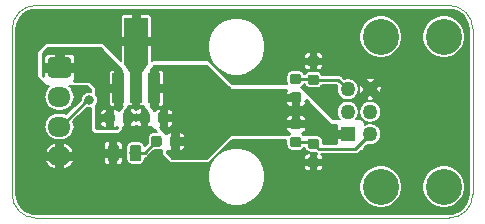
<source format=gtl>
G04 #@! TF.GenerationSoftware,KiCad,Pcbnew,(6.0.0-rc1-dev-1-g01c5bdfb8)*
G04 #@! TF.CreationDate,2019-01-02T15:00:54+01:00*
G04 #@! TF.ProjectId,nunchuk_breakout,6E756E6368756B5F627265616B6F7574,rev?*
G04 #@! TF.SameCoordinates,Original*
G04 #@! TF.FileFunction,Copper,L1,Top,Signal*
G04 #@! TF.FilePolarity,Positive*
%FSLAX46Y46*%
G04 Gerber Fmt 4.6, Leading zero omitted, Abs format (unit mm)*
G04 Created by KiCad (PCBNEW (6.0.0-rc1-dev-1-g01c5bdfb8)) date Wed Jan  2 15:00:54 2019*
%MOMM*%
%LPD*%
G01*
G04 APERTURE LIST*
G04 #@! TA.AperFunction,NonConductor*
%ADD10C,0.100000*%
G04 #@! TD*
G04 #@! TA.AperFunction,Conductor*
%ADD11C,0.100000*%
G04 #@! TD*
G04 #@! TA.AperFunction,ComponentPad*
%ADD12C,1.700000*%
G04 #@! TD*
G04 #@! TA.AperFunction,ComponentPad*
%ADD13O,1.950000X1.700000*%
G04 #@! TD*
G04 #@! TA.AperFunction,SMDPad,CuDef*
%ADD14R,1.000000X2.500000*%
G04 #@! TD*
G04 #@! TA.AperFunction,SMDPad,CuDef*
%ADD15R,2.000000X4.000000*%
G04 #@! TD*
G04 #@! TA.AperFunction,SMDPad,CuDef*
%ADD16C,0.750000*%
G04 #@! TD*
G04 #@! TA.AperFunction,SMDPad,CuDef*
%ADD17C,0.875000*%
G04 #@! TD*
G04 #@! TA.AperFunction,SMDPad,CuDef*
%ADD18C,0.975000*%
G04 #@! TD*
G04 #@! TA.AperFunction,ComponentPad*
%ADD19R,1.270000X1.270000*%
G04 #@! TD*
G04 #@! TA.AperFunction,ComponentPad*
%ADD20C,1.270000*%
G04 #@! TD*
G04 #@! TA.AperFunction,ComponentPad*
%ADD21C,3.048000*%
G04 #@! TD*
G04 #@! TA.AperFunction,ViaPad*
%ADD22C,0.800000*%
G04 #@! TD*
G04 #@! TA.AperFunction,Conductor*
%ADD23C,0.250000*%
G04 #@! TD*
G04 #@! TA.AperFunction,Conductor*
%ADD24C,0.254000*%
G04 #@! TD*
G04 #@! TA.AperFunction,Conductor*
%ADD25C,0.200000*%
G04 #@! TD*
G04 APERTURE END LIST*
D10*
X133000000Y-91000000D02*
G75*
G02X135000000Y-93000000I0J-2000000D01*
G01*
X135000000Y-107000000D02*
G75*
G02X133000000Y-109000000I-2000000J0D01*
G01*
X98000000Y-109000000D02*
G75*
G02X96000000Y-107000000I0J2000000D01*
G01*
X96000000Y-93000000D02*
G75*
G02X98000000Y-91000000I2000000J0D01*
G01*
X135000000Y-107000000D02*
X135000000Y-93000000D01*
X98000000Y-109000000D02*
X133000000Y-109000000D01*
X96000000Y-93000000D02*
X96000000Y-107000000D01*
X133000000Y-91000000D02*
X98000000Y-91000000D01*
D11*
G04 #@! TO.N,VDD*
G04 #@! TO.C,J2*
G36*
X100749504Y-95401204D02*
X100773773Y-95404804D01*
X100797571Y-95410765D01*
X100820671Y-95419030D01*
X100842849Y-95429520D01*
X100863893Y-95442133D01*
X100883598Y-95456747D01*
X100901777Y-95473223D01*
X100918253Y-95491402D01*
X100932867Y-95511107D01*
X100945480Y-95532151D01*
X100955970Y-95554329D01*
X100964235Y-95577429D01*
X100970196Y-95601227D01*
X100973796Y-95625496D01*
X100975000Y-95650000D01*
X100975000Y-96850000D01*
X100973796Y-96874504D01*
X100970196Y-96898773D01*
X100964235Y-96922571D01*
X100955970Y-96945671D01*
X100945480Y-96967849D01*
X100932867Y-96988893D01*
X100918253Y-97008598D01*
X100901777Y-97026777D01*
X100883598Y-97043253D01*
X100863893Y-97057867D01*
X100842849Y-97070480D01*
X100820671Y-97080970D01*
X100797571Y-97089235D01*
X100773773Y-97095196D01*
X100749504Y-97098796D01*
X100725000Y-97100000D01*
X99275000Y-97100000D01*
X99250496Y-97098796D01*
X99226227Y-97095196D01*
X99202429Y-97089235D01*
X99179329Y-97080970D01*
X99157151Y-97070480D01*
X99136107Y-97057867D01*
X99116402Y-97043253D01*
X99098223Y-97026777D01*
X99081747Y-97008598D01*
X99067133Y-96988893D01*
X99054520Y-96967849D01*
X99044030Y-96945671D01*
X99035765Y-96922571D01*
X99029804Y-96898773D01*
X99026204Y-96874504D01*
X99025000Y-96850000D01*
X99025000Y-95650000D01*
X99026204Y-95625496D01*
X99029804Y-95601227D01*
X99035765Y-95577429D01*
X99044030Y-95554329D01*
X99054520Y-95532151D01*
X99067133Y-95511107D01*
X99081747Y-95491402D01*
X99098223Y-95473223D01*
X99116402Y-95456747D01*
X99136107Y-95442133D01*
X99157151Y-95429520D01*
X99179329Y-95419030D01*
X99202429Y-95410765D01*
X99226227Y-95404804D01*
X99250496Y-95401204D01*
X99275000Y-95400000D01*
X100725000Y-95400000D01*
X100749504Y-95401204D01*
X100749504Y-95401204D01*
G37*
D12*
G04 #@! TD*
G04 #@! TO.P,J2,1*
G04 #@! TO.N,VDD*
X100000000Y-96250000D03*
D13*
G04 #@! TO.P,J2,2*
G04 #@! TO.N,SCL*
X100000000Y-98750000D03*
G04 #@! TO.P,J2,3*
G04 #@! TO.N,SDA*
X100000000Y-101250000D03*
G04 #@! TO.P,J2,4*
G04 #@! TO.N,GND*
X100000000Y-103750000D03*
G04 #@! TD*
D14*
G04 #@! TO.P,U1,1*
G04 #@! TO.N,VDD*
X105000000Y-97980000D03*
G04 #@! TO.P,U1,2*
G04 #@! TO.N,GND*
X106500000Y-97980000D03*
G04 #@! TO.P,U1,3*
G04 #@! TO.N,VCC*
X108000000Y-97980000D03*
D15*
G04 #@! TO.P,U1,2*
G04 #@! TO.N,GND*
X106500000Y-94020000D03*
D16*
X106500000Y-96370000D03*
D11*
G04 #@! TD*
G04 #@! TO.N,GND*
G04 #@! TO.C,U1*
G36*
X107500000Y-95995000D02*
X107000000Y-96745000D01*
X106000000Y-96745000D01*
X105500000Y-95995000D01*
X107500000Y-95995000D01*
X107500000Y-95995000D01*
G37*
G04 #@! TO.N,GND*
G04 #@! TO.C,C8*
G36*
X121777691Y-95276053D02*
X121798926Y-95279203D01*
X121819750Y-95284419D01*
X121839962Y-95291651D01*
X121859368Y-95300830D01*
X121877781Y-95311866D01*
X121895024Y-95324654D01*
X121910930Y-95339070D01*
X121925346Y-95354976D01*
X121938134Y-95372219D01*
X121949170Y-95390632D01*
X121958349Y-95410038D01*
X121965581Y-95430250D01*
X121970797Y-95451074D01*
X121973947Y-95472309D01*
X121975000Y-95493750D01*
X121975000Y-95931250D01*
X121973947Y-95952691D01*
X121970797Y-95973926D01*
X121965581Y-95994750D01*
X121958349Y-96014962D01*
X121949170Y-96034368D01*
X121938134Y-96052781D01*
X121925346Y-96070024D01*
X121910930Y-96085930D01*
X121895024Y-96100346D01*
X121877781Y-96113134D01*
X121859368Y-96124170D01*
X121839962Y-96133349D01*
X121819750Y-96140581D01*
X121798926Y-96145797D01*
X121777691Y-96148947D01*
X121756250Y-96150000D01*
X121243750Y-96150000D01*
X121222309Y-96148947D01*
X121201074Y-96145797D01*
X121180250Y-96140581D01*
X121160038Y-96133349D01*
X121140632Y-96124170D01*
X121122219Y-96113134D01*
X121104976Y-96100346D01*
X121089070Y-96085930D01*
X121074654Y-96070024D01*
X121061866Y-96052781D01*
X121050830Y-96034368D01*
X121041651Y-96014962D01*
X121034419Y-95994750D01*
X121029203Y-95973926D01*
X121026053Y-95952691D01*
X121025000Y-95931250D01*
X121025000Y-95493750D01*
X121026053Y-95472309D01*
X121029203Y-95451074D01*
X121034419Y-95430250D01*
X121041651Y-95410038D01*
X121050830Y-95390632D01*
X121061866Y-95372219D01*
X121074654Y-95354976D01*
X121089070Y-95339070D01*
X121104976Y-95324654D01*
X121122219Y-95311866D01*
X121140632Y-95300830D01*
X121160038Y-95291651D01*
X121180250Y-95284419D01*
X121201074Y-95279203D01*
X121222309Y-95276053D01*
X121243750Y-95275000D01*
X121756250Y-95275000D01*
X121777691Y-95276053D01*
X121777691Y-95276053D01*
G37*
D17*
G04 #@! TD*
G04 #@! TO.P,C8,2*
G04 #@! TO.N,GND*
X121500000Y-95712500D03*
D11*
G04 #@! TO.N,SDA*
G04 #@! TO.C,C8*
G36*
X121777691Y-96851053D02*
X121798926Y-96854203D01*
X121819750Y-96859419D01*
X121839962Y-96866651D01*
X121859368Y-96875830D01*
X121877781Y-96886866D01*
X121895024Y-96899654D01*
X121910930Y-96914070D01*
X121925346Y-96929976D01*
X121938134Y-96947219D01*
X121949170Y-96965632D01*
X121958349Y-96985038D01*
X121965581Y-97005250D01*
X121970797Y-97026074D01*
X121973947Y-97047309D01*
X121975000Y-97068750D01*
X121975000Y-97506250D01*
X121973947Y-97527691D01*
X121970797Y-97548926D01*
X121965581Y-97569750D01*
X121958349Y-97589962D01*
X121949170Y-97609368D01*
X121938134Y-97627781D01*
X121925346Y-97645024D01*
X121910930Y-97660930D01*
X121895024Y-97675346D01*
X121877781Y-97688134D01*
X121859368Y-97699170D01*
X121839962Y-97708349D01*
X121819750Y-97715581D01*
X121798926Y-97720797D01*
X121777691Y-97723947D01*
X121756250Y-97725000D01*
X121243750Y-97725000D01*
X121222309Y-97723947D01*
X121201074Y-97720797D01*
X121180250Y-97715581D01*
X121160038Y-97708349D01*
X121140632Y-97699170D01*
X121122219Y-97688134D01*
X121104976Y-97675346D01*
X121089070Y-97660930D01*
X121074654Y-97645024D01*
X121061866Y-97627781D01*
X121050830Y-97609368D01*
X121041651Y-97589962D01*
X121034419Y-97569750D01*
X121029203Y-97548926D01*
X121026053Y-97527691D01*
X121025000Y-97506250D01*
X121025000Y-97068750D01*
X121026053Y-97047309D01*
X121029203Y-97026074D01*
X121034419Y-97005250D01*
X121041651Y-96985038D01*
X121050830Y-96965632D01*
X121061866Y-96947219D01*
X121074654Y-96929976D01*
X121089070Y-96914070D01*
X121104976Y-96899654D01*
X121122219Y-96886866D01*
X121140632Y-96875830D01*
X121160038Y-96866651D01*
X121180250Y-96859419D01*
X121201074Y-96854203D01*
X121222309Y-96851053D01*
X121243750Y-96850000D01*
X121756250Y-96850000D01*
X121777691Y-96851053D01*
X121777691Y-96851053D01*
G37*
D17*
G04 #@! TD*
G04 #@! TO.P,C8,1*
G04 #@! TO.N,SDA*
X121500000Y-97287500D03*
D11*
G04 #@! TO.N,GND*
G04 #@! TO.C,C7*
G36*
X121777691Y-103851053D02*
X121798926Y-103854203D01*
X121819750Y-103859419D01*
X121839962Y-103866651D01*
X121859368Y-103875830D01*
X121877781Y-103886866D01*
X121895024Y-103899654D01*
X121910930Y-103914070D01*
X121925346Y-103929976D01*
X121938134Y-103947219D01*
X121949170Y-103965632D01*
X121958349Y-103985038D01*
X121965581Y-104005250D01*
X121970797Y-104026074D01*
X121973947Y-104047309D01*
X121975000Y-104068750D01*
X121975000Y-104506250D01*
X121973947Y-104527691D01*
X121970797Y-104548926D01*
X121965581Y-104569750D01*
X121958349Y-104589962D01*
X121949170Y-104609368D01*
X121938134Y-104627781D01*
X121925346Y-104645024D01*
X121910930Y-104660930D01*
X121895024Y-104675346D01*
X121877781Y-104688134D01*
X121859368Y-104699170D01*
X121839962Y-104708349D01*
X121819750Y-104715581D01*
X121798926Y-104720797D01*
X121777691Y-104723947D01*
X121756250Y-104725000D01*
X121243750Y-104725000D01*
X121222309Y-104723947D01*
X121201074Y-104720797D01*
X121180250Y-104715581D01*
X121160038Y-104708349D01*
X121140632Y-104699170D01*
X121122219Y-104688134D01*
X121104976Y-104675346D01*
X121089070Y-104660930D01*
X121074654Y-104645024D01*
X121061866Y-104627781D01*
X121050830Y-104609368D01*
X121041651Y-104589962D01*
X121034419Y-104569750D01*
X121029203Y-104548926D01*
X121026053Y-104527691D01*
X121025000Y-104506250D01*
X121025000Y-104068750D01*
X121026053Y-104047309D01*
X121029203Y-104026074D01*
X121034419Y-104005250D01*
X121041651Y-103985038D01*
X121050830Y-103965632D01*
X121061866Y-103947219D01*
X121074654Y-103929976D01*
X121089070Y-103914070D01*
X121104976Y-103899654D01*
X121122219Y-103886866D01*
X121140632Y-103875830D01*
X121160038Y-103866651D01*
X121180250Y-103859419D01*
X121201074Y-103854203D01*
X121222309Y-103851053D01*
X121243750Y-103850000D01*
X121756250Y-103850000D01*
X121777691Y-103851053D01*
X121777691Y-103851053D01*
G37*
D17*
G04 #@! TD*
G04 #@! TO.P,C7,1*
G04 #@! TO.N,GND*
X121500000Y-104287500D03*
D11*
G04 #@! TO.N,SCL*
G04 #@! TO.C,C7*
G36*
X121777691Y-102276053D02*
X121798926Y-102279203D01*
X121819750Y-102284419D01*
X121839962Y-102291651D01*
X121859368Y-102300830D01*
X121877781Y-102311866D01*
X121895024Y-102324654D01*
X121910930Y-102339070D01*
X121925346Y-102354976D01*
X121938134Y-102372219D01*
X121949170Y-102390632D01*
X121958349Y-102410038D01*
X121965581Y-102430250D01*
X121970797Y-102451074D01*
X121973947Y-102472309D01*
X121975000Y-102493750D01*
X121975000Y-102931250D01*
X121973947Y-102952691D01*
X121970797Y-102973926D01*
X121965581Y-102994750D01*
X121958349Y-103014962D01*
X121949170Y-103034368D01*
X121938134Y-103052781D01*
X121925346Y-103070024D01*
X121910930Y-103085930D01*
X121895024Y-103100346D01*
X121877781Y-103113134D01*
X121859368Y-103124170D01*
X121839962Y-103133349D01*
X121819750Y-103140581D01*
X121798926Y-103145797D01*
X121777691Y-103148947D01*
X121756250Y-103150000D01*
X121243750Y-103150000D01*
X121222309Y-103148947D01*
X121201074Y-103145797D01*
X121180250Y-103140581D01*
X121160038Y-103133349D01*
X121140632Y-103124170D01*
X121122219Y-103113134D01*
X121104976Y-103100346D01*
X121089070Y-103085930D01*
X121074654Y-103070024D01*
X121061866Y-103052781D01*
X121050830Y-103034368D01*
X121041651Y-103014962D01*
X121034419Y-102994750D01*
X121029203Y-102973926D01*
X121026053Y-102952691D01*
X121025000Y-102931250D01*
X121025000Y-102493750D01*
X121026053Y-102472309D01*
X121029203Y-102451074D01*
X121034419Y-102430250D01*
X121041651Y-102410038D01*
X121050830Y-102390632D01*
X121061866Y-102372219D01*
X121074654Y-102354976D01*
X121089070Y-102339070D01*
X121104976Y-102324654D01*
X121122219Y-102311866D01*
X121140632Y-102300830D01*
X121160038Y-102291651D01*
X121180250Y-102284419D01*
X121201074Y-102279203D01*
X121222309Y-102276053D01*
X121243750Y-102275000D01*
X121756250Y-102275000D01*
X121777691Y-102276053D01*
X121777691Y-102276053D01*
G37*
D17*
G04 #@! TD*
G04 #@! TO.P,C7,2*
G04 #@! TO.N,SCL*
X121500000Y-102712500D03*
D11*
G04 #@! TO.N,GND*
G04 #@! TO.C,C4*
G36*
X107452691Y-100026053D02*
X107473926Y-100029203D01*
X107494750Y-100034419D01*
X107514962Y-100041651D01*
X107534368Y-100050830D01*
X107552781Y-100061866D01*
X107570024Y-100074654D01*
X107585930Y-100089070D01*
X107600346Y-100104976D01*
X107613134Y-100122219D01*
X107624170Y-100140632D01*
X107633349Y-100160038D01*
X107640581Y-100180250D01*
X107645797Y-100201074D01*
X107648947Y-100222309D01*
X107650000Y-100243750D01*
X107650000Y-100756250D01*
X107648947Y-100777691D01*
X107645797Y-100798926D01*
X107640581Y-100819750D01*
X107633349Y-100839962D01*
X107624170Y-100859368D01*
X107613134Y-100877781D01*
X107600346Y-100895024D01*
X107585930Y-100910930D01*
X107570024Y-100925346D01*
X107552781Y-100938134D01*
X107534368Y-100949170D01*
X107514962Y-100958349D01*
X107494750Y-100965581D01*
X107473926Y-100970797D01*
X107452691Y-100973947D01*
X107431250Y-100975000D01*
X106993750Y-100975000D01*
X106972309Y-100973947D01*
X106951074Y-100970797D01*
X106930250Y-100965581D01*
X106910038Y-100958349D01*
X106890632Y-100949170D01*
X106872219Y-100938134D01*
X106854976Y-100925346D01*
X106839070Y-100910930D01*
X106824654Y-100895024D01*
X106811866Y-100877781D01*
X106800830Y-100859368D01*
X106791651Y-100839962D01*
X106784419Y-100819750D01*
X106779203Y-100798926D01*
X106776053Y-100777691D01*
X106775000Y-100756250D01*
X106775000Y-100243750D01*
X106776053Y-100222309D01*
X106779203Y-100201074D01*
X106784419Y-100180250D01*
X106791651Y-100160038D01*
X106800830Y-100140632D01*
X106811866Y-100122219D01*
X106824654Y-100104976D01*
X106839070Y-100089070D01*
X106854976Y-100074654D01*
X106872219Y-100061866D01*
X106890632Y-100050830D01*
X106910038Y-100041651D01*
X106930250Y-100034419D01*
X106951074Y-100029203D01*
X106972309Y-100026053D01*
X106993750Y-100025000D01*
X107431250Y-100025000D01*
X107452691Y-100026053D01*
X107452691Y-100026053D01*
G37*
D17*
G04 #@! TD*
G04 #@! TO.P,C4,2*
G04 #@! TO.N,GND*
X107212500Y-100500000D03*
D11*
G04 #@! TO.N,VCC*
G04 #@! TO.C,C4*
G36*
X109027691Y-100026053D02*
X109048926Y-100029203D01*
X109069750Y-100034419D01*
X109089962Y-100041651D01*
X109109368Y-100050830D01*
X109127781Y-100061866D01*
X109145024Y-100074654D01*
X109160930Y-100089070D01*
X109175346Y-100104976D01*
X109188134Y-100122219D01*
X109199170Y-100140632D01*
X109208349Y-100160038D01*
X109215581Y-100180250D01*
X109220797Y-100201074D01*
X109223947Y-100222309D01*
X109225000Y-100243750D01*
X109225000Y-100756250D01*
X109223947Y-100777691D01*
X109220797Y-100798926D01*
X109215581Y-100819750D01*
X109208349Y-100839962D01*
X109199170Y-100859368D01*
X109188134Y-100877781D01*
X109175346Y-100895024D01*
X109160930Y-100910930D01*
X109145024Y-100925346D01*
X109127781Y-100938134D01*
X109109368Y-100949170D01*
X109089962Y-100958349D01*
X109069750Y-100965581D01*
X109048926Y-100970797D01*
X109027691Y-100973947D01*
X109006250Y-100975000D01*
X108568750Y-100975000D01*
X108547309Y-100973947D01*
X108526074Y-100970797D01*
X108505250Y-100965581D01*
X108485038Y-100958349D01*
X108465632Y-100949170D01*
X108447219Y-100938134D01*
X108429976Y-100925346D01*
X108414070Y-100910930D01*
X108399654Y-100895024D01*
X108386866Y-100877781D01*
X108375830Y-100859368D01*
X108366651Y-100839962D01*
X108359419Y-100819750D01*
X108354203Y-100798926D01*
X108351053Y-100777691D01*
X108350000Y-100756250D01*
X108350000Y-100243750D01*
X108351053Y-100222309D01*
X108354203Y-100201074D01*
X108359419Y-100180250D01*
X108366651Y-100160038D01*
X108375830Y-100140632D01*
X108386866Y-100122219D01*
X108399654Y-100104976D01*
X108414070Y-100089070D01*
X108429976Y-100074654D01*
X108447219Y-100061866D01*
X108465632Y-100050830D01*
X108485038Y-100041651D01*
X108505250Y-100034419D01*
X108526074Y-100029203D01*
X108547309Y-100026053D01*
X108568750Y-100025000D01*
X109006250Y-100025000D01*
X109027691Y-100026053D01*
X109027691Y-100026053D01*
G37*
D17*
G04 #@! TD*
G04 #@! TO.P,C4,1*
G04 #@! TO.N,VCC*
X108787500Y-100500000D03*
D11*
G04 #@! TO.N,VDD*
G04 #@! TO.C,C3*
G36*
X104452691Y-100026053D02*
X104473926Y-100029203D01*
X104494750Y-100034419D01*
X104514962Y-100041651D01*
X104534368Y-100050830D01*
X104552781Y-100061866D01*
X104570024Y-100074654D01*
X104585930Y-100089070D01*
X104600346Y-100104976D01*
X104613134Y-100122219D01*
X104624170Y-100140632D01*
X104633349Y-100160038D01*
X104640581Y-100180250D01*
X104645797Y-100201074D01*
X104648947Y-100222309D01*
X104650000Y-100243750D01*
X104650000Y-100756250D01*
X104648947Y-100777691D01*
X104645797Y-100798926D01*
X104640581Y-100819750D01*
X104633349Y-100839962D01*
X104624170Y-100859368D01*
X104613134Y-100877781D01*
X104600346Y-100895024D01*
X104585930Y-100910930D01*
X104570024Y-100925346D01*
X104552781Y-100938134D01*
X104534368Y-100949170D01*
X104514962Y-100958349D01*
X104494750Y-100965581D01*
X104473926Y-100970797D01*
X104452691Y-100973947D01*
X104431250Y-100975000D01*
X103993750Y-100975000D01*
X103972309Y-100973947D01*
X103951074Y-100970797D01*
X103930250Y-100965581D01*
X103910038Y-100958349D01*
X103890632Y-100949170D01*
X103872219Y-100938134D01*
X103854976Y-100925346D01*
X103839070Y-100910930D01*
X103824654Y-100895024D01*
X103811866Y-100877781D01*
X103800830Y-100859368D01*
X103791651Y-100839962D01*
X103784419Y-100819750D01*
X103779203Y-100798926D01*
X103776053Y-100777691D01*
X103775000Y-100756250D01*
X103775000Y-100243750D01*
X103776053Y-100222309D01*
X103779203Y-100201074D01*
X103784419Y-100180250D01*
X103791651Y-100160038D01*
X103800830Y-100140632D01*
X103811866Y-100122219D01*
X103824654Y-100104976D01*
X103839070Y-100089070D01*
X103854976Y-100074654D01*
X103872219Y-100061866D01*
X103890632Y-100050830D01*
X103910038Y-100041651D01*
X103930250Y-100034419D01*
X103951074Y-100029203D01*
X103972309Y-100026053D01*
X103993750Y-100025000D01*
X104431250Y-100025000D01*
X104452691Y-100026053D01*
X104452691Y-100026053D01*
G37*
D17*
G04 #@! TD*
G04 #@! TO.P,C3,1*
G04 #@! TO.N,VDD*
X104212500Y-100500000D03*
D11*
G04 #@! TO.N,GND*
G04 #@! TO.C,C3*
G36*
X106027691Y-100026053D02*
X106048926Y-100029203D01*
X106069750Y-100034419D01*
X106089962Y-100041651D01*
X106109368Y-100050830D01*
X106127781Y-100061866D01*
X106145024Y-100074654D01*
X106160930Y-100089070D01*
X106175346Y-100104976D01*
X106188134Y-100122219D01*
X106199170Y-100140632D01*
X106208349Y-100160038D01*
X106215581Y-100180250D01*
X106220797Y-100201074D01*
X106223947Y-100222309D01*
X106225000Y-100243750D01*
X106225000Y-100756250D01*
X106223947Y-100777691D01*
X106220797Y-100798926D01*
X106215581Y-100819750D01*
X106208349Y-100839962D01*
X106199170Y-100859368D01*
X106188134Y-100877781D01*
X106175346Y-100895024D01*
X106160930Y-100910930D01*
X106145024Y-100925346D01*
X106127781Y-100938134D01*
X106109368Y-100949170D01*
X106089962Y-100958349D01*
X106069750Y-100965581D01*
X106048926Y-100970797D01*
X106027691Y-100973947D01*
X106006250Y-100975000D01*
X105568750Y-100975000D01*
X105547309Y-100973947D01*
X105526074Y-100970797D01*
X105505250Y-100965581D01*
X105485038Y-100958349D01*
X105465632Y-100949170D01*
X105447219Y-100938134D01*
X105429976Y-100925346D01*
X105414070Y-100910930D01*
X105399654Y-100895024D01*
X105386866Y-100877781D01*
X105375830Y-100859368D01*
X105366651Y-100839962D01*
X105359419Y-100819750D01*
X105354203Y-100798926D01*
X105351053Y-100777691D01*
X105350000Y-100756250D01*
X105350000Y-100243750D01*
X105351053Y-100222309D01*
X105354203Y-100201074D01*
X105359419Y-100180250D01*
X105366651Y-100160038D01*
X105375830Y-100140632D01*
X105386866Y-100122219D01*
X105399654Y-100104976D01*
X105414070Y-100089070D01*
X105429976Y-100074654D01*
X105447219Y-100061866D01*
X105465632Y-100050830D01*
X105485038Y-100041651D01*
X105505250Y-100034419D01*
X105526074Y-100029203D01*
X105547309Y-100026053D01*
X105568750Y-100025000D01*
X106006250Y-100025000D01*
X106027691Y-100026053D01*
X106027691Y-100026053D01*
G37*
D17*
G04 #@! TD*
G04 #@! TO.P,C3,2*
G04 #@! TO.N,GND*
X105787500Y-100500000D03*
D11*
G04 #@! TO.N,GND*
G04 #@! TO.C,D3*
G36*
X104830142Y-102801174D02*
X104853803Y-102804684D01*
X104877007Y-102810496D01*
X104899529Y-102818554D01*
X104921153Y-102828782D01*
X104941670Y-102841079D01*
X104960883Y-102855329D01*
X104978607Y-102871393D01*
X104994671Y-102889117D01*
X105008921Y-102908330D01*
X105021218Y-102928847D01*
X105031446Y-102950471D01*
X105039504Y-102972993D01*
X105045316Y-102996197D01*
X105048826Y-103019858D01*
X105050000Y-103043750D01*
X105050000Y-103956250D01*
X105048826Y-103980142D01*
X105045316Y-104003803D01*
X105039504Y-104027007D01*
X105031446Y-104049529D01*
X105021218Y-104071153D01*
X105008921Y-104091670D01*
X104994671Y-104110883D01*
X104978607Y-104128607D01*
X104960883Y-104144671D01*
X104941670Y-104158921D01*
X104921153Y-104171218D01*
X104899529Y-104181446D01*
X104877007Y-104189504D01*
X104853803Y-104195316D01*
X104830142Y-104198826D01*
X104806250Y-104200000D01*
X104318750Y-104200000D01*
X104294858Y-104198826D01*
X104271197Y-104195316D01*
X104247993Y-104189504D01*
X104225471Y-104181446D01*
X104203847Y-104171218D01*
X104183330Y-104158921D01*
X104164117Y-104144671D01*
X104146393Y-104128607D01*
X104130329Y-104110883D01*
X104116079Y-104091670D01*
X104103782Y-104071153D01*
X104093554Y-104049529D01*
X104085496Y-104027007D01*
X104079684Y-104003803D01*
X104076174Y-103980142D01*
X104075000Y-103956250D01*
X104075000Y-103043750D01*
X104076174Y-103019858D01*
X104079684Y-102996197D01*
X104085496Y-102972993D01*
X104093554Y-102950471D01*
X104103782Y-102928847D01*
X104116079Y-102908330D01*
X104130329Y-102889117D01*
X104146393Y-102871393D01*
X104164117Y-102855329D01*
X104183330Y-102841079D01*
X104203847Y-102828782D01*
X104225471Y-102818554D01*
X104247993Y-102810496D01*
X104271197Y-102804684D01*
X104294858Y-102801174D01*
X104318750Y-102800000D01*
X104806250Y-102800000D01*
X104830142Y-102801174D01*
X104830142Y-102801174D01*
G37*
D18*
G04 #@! TD*
G04 #@! TO.P,D3,1*
G04 #@! TO.N,GND*
X104562500Y-103500000D03*
D11*
G04 #@! TO.N,Net-(D3-Pad2)*
G04 #@! TO.C,D3*
G36*
X106705142Y-102801174D02*
X106728803Y-102804684D01*
X106752007Y-102810496D01*
X106774529Y-102818554D01*
X106796153Y-102828782D01*
X106816670Y-102841079D01*
X106835883Y-102855329D01*
X106853607Y-102871393D01*
X106869671Y-102889117D01*
X106883921Y-102908330D01*
X106896218Y-102928847D01*
X106906446Y-102950471D01*
X106914504Y-102972993D01*
X106920316Y-102996197D01*
X106923826Y-103019858D01*
X106925000Y-103043750D01*
X106925000Y-103956250D01*
X106923826Y-103980142D01*
X106920316Y-104003803D01*
X106914504Y-104027007D01*
X106906446Y-104049529D01*
X106896218Y-104071153D01*
X106883921Y-104091670D01*
X106869671Y-104110883D01*
X106853607Y-104128607D01*
X106835883Y-104144671D01*
X106816670Y-104158921D01*
X106796153Y-104171218D01*
X106774529Y-104181446D01*
X106752007Y-104189504D01*
X106728803Y-104195316D01*
X106705142Y-104198826D01*
X106681250Y-104200000D01*
X106193750Y-104200000D01*
X106169858Y-104198826D01*
X106146197Y-104195316D01*
X106122993Y-104189504D01*
X106100471Y-104181446D01*
X106078847Y-104171218D01*
X106058330Y-104158921D01*
X106039117Y-104144671D01*
X106021393Y-104128607D01*
X106005329Y-104110883D01*
X105991079Y-104091670D01*
X105978782Y-104071153D01*
X105968554Y-104049529D01*
X105960496Y-104027007D01*
X105954684Y-104003803D01*
X105951174Y-103980142D01*
X105950000Y-103956250D01*
X105950000Y-103043750D01*
X105951174Y-103019858D01*
X105954684Y-102996197D01*
X105960496Y-102972993D01*
X105968554Y-102950471D01*
X105978782Y-102928847D01*
X105991079Y-102908330D01*
X106005329Y-102889117D01*
X106021393Y-102871393D01*
X106039117Y-102855329D01*
X106058330Y-102841079D01*
X106078847Y-102828782D01*
X106100471Y-102818554D01*
X106122993Y-102810496D01*
X106146197Y-102804684D01*
X106169858Y-102801174D01*
X106193750Y-102800000D01*
X106681250Y-102800000D01*
X106705142Y-102801174D01*
X106705142Y-102801174D01*
G37*
D18*
G04 #@! TD*
G04 #@! TO.P,D3,2*
G04 #@! TO.N,Net-(D3-Pad2)*
X106437500Y-103500000D03*
D11*
G04 #@! TO.N,VCC*
G04 #@! TO.C,R5*
G36*
X120277691Y-100563554D02*
X120298926Y-100566704D01*
X120319750Y-100571920D01*
X120339962Y-100579152D01*
X120359368Y-100588331D01*
X120377781Y-100599367D01*
X120395024Y-100612155D01*
X120410930Y-100626571D01*
X120425346Y-100642477D01*
X120438134Y-100659720D01*
X120449170Y-100678133D01*
X120458349Y-100697539D01*
X120465581Y-100717751D01*
X120470797Y-100738575D01*
X120473947Y-100759810D01*
X120475000Y-100781251D01*
X120475000Y-101218751D01*
X120473947Y-101240192D01*
X120470797Y-101261427D01*
X120465581Y-101282251D01*
X120458349Y-101302463D01*
X120449170Y-101321869D01*
X120438134Y-101340282D01*
X120425346Y-101357525D01*
X120410930Y-101373431D01*
X120395024Y-101387847D01*
X120377781Y-101400635D01*
X120359368Y-101411671D01*
X120339962Y-101420850D01*
X120319750Y-101428082D01*
X120298926Y-101433298D01*
X120277691Y-101436448D01*
X120256250Y-101437501D01*
X119743750Y-101437501D01*
X119722309Y-101436448D01*
X119701074Y-101433298D01*
X119680250Y-101428082D01*
X119660038Y-101420850D01*
X119640632Y-101411671D01*
X119622219Y-101400635D01*
X119604976Y-101387847D01*
X119589070Y-101373431D01*
X119574654Y-101357525D01*
X119561866Y-101340282D01*
X119550830Y-101321869D01*
X119541651Y-101302463D01*
X119534419Y-101282251D01*
X119529203Y-101261427D01*
X119526053Y-101240192D01*
X119525000Y-101218751D01*
X119525000Y-100781251D01*
X119526053Y-100759810D01*
X119529203Y-100738575D01*
X119534419Y-100717751D01*
X119541651Y-100697539D01*
X119550830Y-100678133D01*
X119561866Y-100659720D01*
X119574654Y-100642477D01*
X119589070Y-100626571D01*
X119604976Y-100612155D01*
X119622219Y-100599367D01*
X119640632Y-100588331D01*
X119660038Y-100579152D01*
X119680250Y-100571920D01*
X119701074Y-100566704D01*
X119722309Y-100563554D01*
X119743750Y-100562501D01*
X120256250Y-100562501D01*
X120277691Y-100563554D01*
X120277691Y-100563554D01*
G37*
D17*
G04 #@! TD*
G04 #@! TO.P,R5,1*
G04 #@! TO.N,VCC*
X120000000Y-101000001D03*
D11*
G04 #@! TO.N,SCL*
G04 #@! TO.C,R5*
G36*
X120277691Y-102138554D02*
X120298926Y-102141704D01*
X120319750Y-102146920D01*
X120339962Y-102154152D01*
X120359368Y-102163331D01*
X120377781Y-102174367D01*
X120395024Y-102187155D01*
X120410930Y-102201571D01*
X120425346Y-102217477D01*
X120438134Y-102234720D01*
X120449170Y-102253133D01*
X120458349Y-102272539D01*
X120465581Y-102292751D01*
X120470797Y-102313575D01*
X120473947Y-102334810D01*
X120475000Y-102356251D01*
X120475000Y-102793751D01*
X120473947Y-102815192D01*
X120470797Y-102836427D01*
X120465581Y-102857251D01*
X120458349Y-102877463D01*
X120449170Y-102896869D01*
X120438134Y-102915282D01*
X120425346Y-102932525D01*
X120410930Y-102948431D01*
X120395024Y-102962847D01*
X120377781Y-102975635D01*
X120359368Y-102986671D01*
X120339962Y-102995850D01*
X120319750Y-103003082D01*
X120298926Y-103008298D01*
X120277691Y-103011448D01*
X120256250Y-103012501D01*
X119743750Y-103012501D01*
X119722309Y-103011448D01*
X119701074Y-103008298D01*
X119680250Y-103003082D01*
X119660038Y-102995850D01*
X119640632Y-102986671D01*
X119622219Y-102975635D01*
X119604976Y-102962847D01*
X119589070Y-102948431D01*
X119574654Y-102932525D01*
X119561866Y-102915282D01*
X119550830Y-102896869D01*
X119541651Y-102877463D01*
X119534419Y-102857251D01*
X119529203Y-102836427D01*
X119526053Y-102815192D01*
X119525000Y-102793751D01*
X119525000Y-102356251D01*
X119526053Y-102334810D01*
X119529203Y-102313575D01*
X119534419Y-102292751D01*
X119541651Y-102272539D01*
X119550830Y-102253133D01*
X119561866Y-102234720D01*
X119574654Y-102217477D01*
X119589070Y-102201571D01*
X119604976Y-102187155D01*
X119622219Y-102174367D01*
X119640632Y-102163331D01*
X119660038Y-102154152D01*
X119680250Y-102146920D01*
X119701074Y-102141704D01*
X119722309Y-102138554D01*
X119743750Y-102137501D01*
X120256250Y-102137501D01*
X120277691Y-102138554D01*
X120277691Y-102138554D01*
G37*
D17*
G04 #@! TD*
G04 #@! TO.P,R5,2*
G04 #@! TO.N,SCL*
X120000000Y-102575001D03*
D11*
G04 #@! TO.N,SDA*
G04 #@! TO.C,R4*
G36*
X120277691Y-96776053D02*
X120298926Y-96779203D01*
X120319750Y-96784419D01*
X120339962Y-96791651D01*
X120359368Y-96800830D01*
X120377781Y-96811866D01*
X120395024Y-96824654D01*
X120410930Y-96839070D01*
X120425346Y-96854976D01*
X120438134Y-96872219D01*
X120449170Y-96890632D01*
X120458349Y-96910038D01*
X120465581Y-96930250D01*
X120470797Y-96951074D01*
X120473947Y-96972309D01*
X120475000Y-96993750D01*
X120475000Y-97431250D01*
X120473947Y-97452691D01*
X120470797Y-97473926D01*
X120465581Y-97494750D01*
X120458349Y-97514962D01*
X120449170Y-97534368D01*
X120438134Y-97552781D01*
X120425346Y-97570024D01*
X120410930Y-97585930D01*
X120395024Y-97600346D01*
X120377781Y-97613134D01*
X120359368Y-97624170D01*
X120339962Y-97633349D01*
X120319750Y-97640581D01*
X120298926Y-97645797D01*
X120277691Y-97648947D01*
X120256250Y-97650000D01*
X119743750Y-97650000D01*
X119722309Y-97648947D01*
X119701074Y-97645797D01*
X119680250Y-97640581D01*
X119660038Y-97633349D01*
X119640632Y-97624170D01*
X119622219Y-97613134D01*
X119604976Y-97600346D01*
X119589070Y-97585930D01*
X119574654Y-97570024D01*
X119561866Y-97552781D01*
X119550830Y-97534368D01*
X119541651Y-97514962D01*
X119534419Y-97494750D01*
X119529203Y-97473926D01*
X119526053Y-97452691D01*
X119525000Y-97431250D01*
X119525000Y-96993750D01*
X119526053Y-96972309D01*
X119529203Y-96951074D01*
X119534419Y-96930250D01*
X119541651Y-96910038D01*
X119550830Y-96890632D01*
X119561866Y-96872219D01*
X119574654Y-96854976D01*
X119589070Y-96839070D01*
X119604976Y-96824654D01*
X119622219Y-96811866D01*
X119640632Y-96800830D01*
X119660038Y-96791651D01*
X119680250Y-96784419D01*
X119701074Y-96779203D01*
X119722309Y-96776053D01*
X119743750Y-96775000D01*
X120256250Y-96775000D01*
X120277691Y-96776053D01*
X120277691Y-96776053D01*
G37*
D17*
G04 #@! TD*
G04 #@! TO.P,R4,2*
G04 #@! TO.N,SDA*
X120000000Y-97212500D03*
D11*
G04 #@! TO.N,VCC*
G04 #@! TO.C,R4*
G36*
X120277691Y-98351053D02*
X120298926Y-98354203D01*
X120319750Y-98359419D01*
X120339962Y-98366651D01*
X120359368Y-98375830D01*
X120377781Y-98386866D01*
X120395024Y-98399654D01*
X120410930Y-98414070D01*
X120425346Y-98429976D01*
X120438134Y-98447219D01*
X120449170Y-98465632D01*
X120458349Y-98485038D01*
X120465581Y-98505250D01*
X120470797Y-98526074D01*
X120473947Y-98547309D01*
X120475000Y-98568750D01*
X120475000Y-99006250D01*
X120473947Y-99027691D01*
X120470797Y-99048926D01*
X120465581Y-99069750D01*
X120458349Y-99089962D01*
X120449170Y-99109368D01*
X120438134Y-99127781D01*
X120425346Y-99145024D01*
X120410930Y-99160930D01*
X120395024Y-99175346D01*
X120377781Y-99188134D01*
X120359368Y-99199170D01*
X120339962Y-99208349D01*
X120319750Y-99215581D01*
X120298926Y-99220797D01*
X120277691Y-99223947D01*
X120256250Y-99225000D01*
X119743750Y-99225000D01*
X119722309Y-99223947D01*
X119701074Y-99220797D01*
X119680250Y-99215581D01*
X119660038Y-99208349D01*
X119640632Y-99199170D01*
X119622219Y-99188134D01*
X119604976Y-99175346D01*
X119589070Y-99160930D01*
X119574654Y-99145024D01*
X119561866Y-99127781D01*
X119550830Y-99109368D01*
X119541651Y-99089962D01*
X119534419Y-99069750D01*
X119529203Y-99048926D01*
X119526053Y-99027691D01*
X119525000Y-99006250D01*
X119525000Y-98568750D01*
X119526053Y-98547309D01*
X119529203Y-98526074D01*
X119534419Y-98505250D01*
X119541651Y-98485038D01*
X119550830Y-98465632D01*
X119561866Y-98447219D01*
X119574654Y-98429976D01*
X119589070Y-98414070D01*
X119604976Y-98399654D01*
X119622219Y-98386866D01*
X119640632Y-98375830D01*
X119660038Y-98366651D01*
X119680250Y-98359419D01*
X119701074Y-98354203D01*
X119722309Y-98351053D01*
X119743750Y-98350000D01*
X120256250Y-98350000D01*
X120277691Y-98351053D01*
X120277691Y-98351053D01*
G37*
D17*
G04 #@! TD*
G04 #@! TO.P,R4,1*
G04 #@! TO.N,VCC*
X120000000Y-98787500D03*
D11*
G04 #@! TO.N,Net-(D3-Pad2)*
G04 #@! TO.C,R3*
G36*
X108452691Y-102026053D02*
X108473926Y-102029203D01*
X108494750Y-102034419D01*
X108514962Y-102041651D01*
X108534368Y-102050830D01*
X108552781Y-102061866D01*
X108570024Y-102074654D01*
X108585930Y-102089070D01*
X108600346Y-102104976D01*
X108613134Y-102122219D01*
X108624170Y-102140632D01*
X108633349Y-102160038D01*
X108640581Y-102180250D01*
X108645797Y-102201074D01*
X108648947Y-102222309D01*
X108650000Y-102243750D01*
X108650000Y-102756250D01*
X108648947Y-102777691D01*
X108645797Y-102798926D01*
X108640581Y-102819750D01*
X108633349Y-102839962D01*
X108624170Y-102859368D01*
X108613134Y-102877781D01*
X108600346Y-102895024D01*
X108585930Y-102910930D01*
X108570024Y-102925346D01*
X108552781Y-102938134D01*
X108534368Y-102949170D01*
X108514962Y-102958349D01*
X108494750Y-102965581D01*
X108473926Y-102970797D01*
X108452691Y-102973947D01*
X108431250Y-102975000D01*
X107993750Y-102975000D01*
X107972309Y-102973947D01*
X107951074Y-102970797D01*
X107930250Y-102965581D01*
X107910038Y-102958349D01*
X107890632Y-102949170D01*
X107872219Y-102938134D01*
X107854976Y-102925346D01*
X107839070Y-102910930D01*
X107824654Y-102895024D01*
X107811866Y-102877781D01*
X107800830Y-102859368D01*
X107791651Y-102839962D01*
X107784419Y-102819750D01*
X107779203Y-102798926D01*
X107776053Y-102777691D01*
X107775000Y-102756250D01*
X107775000Y-102243750D01*
X107776053Y-102222309D01*
X107779203Y-102201074D01*
X107784419Y-102180250D01*
X107791651Y-102160038D01*
X107800830Y-102140632D01*
X107811866Y-102122219D01*
X107824654Y-102104976D01*
X107839070Y-102089070D01*
X107854976Y-102074654D01*
X107872219Y-102061866D01*
X107890632Y-102050830D01*
X107910038Y-102041651D01*
X107930250Y-102034419D01*
X107951074Y-102029203D01*
X107972309Y-102026053D01*
X107993750Y-102025000D01*
X108431250Y-102025000D01*
X108452691Y-102026053D01*
X108452691Y-102026053D01*
G37*
D17*
G04 #@! TD*
G04 #@! TO.P,R3,1*
G04 #@! TO.N,Net-(D3-Pad2)*
X108212500Y-102500000D03*
D11*
G04 #@! TO.N,VCC*
G04 #@! TO.C,R3*
G36*
X110027691Y-102026053D02*
X110048926Y-102029203D01*
X110069750Y-102034419D01*
X110089962Y-102041651D01*
X110109368Y-102050830D01*
X110127781Y-102061866D01*
X110145024Y-102074654D01*
X110160930Y-102089070D01*
X110175346Y-102104976D01*
X110188134Y-102122219D01*
X110199170Y-102140632D01*
X110208349Y-102160038D01*
X110215581Y-102180250D01*
X110220797Y-102201074D01*
X110223947Y-102222309D01*
X110225000Y-102243750D01*
X110225000Y-102756250D01*
X110223947Y-102777691D01*
X110220797Y-102798926D01*
X110215581Y-102819750D01*
X110208349Y-102839962D01*
X110199170Y-102859368D01*
X110188134Y-102877781D01*
X110175346Y-102895024D01*
X110160930Y-102910930D01*
X110145024Y-102925346D01*
X110127781Y-102938134D01*
X110109368Y-102949170D01*
X110089962Y-102958349D01*
X110069750Y-102965581D01*
X110048926Y-102970797D01*
X110027691Y-102973947D01*
X110006250Y-102975000D01*
X109568750Y-102975000D01*
X109547309Y-102973947D01*
X109526074Y-102970797D01*
X109505250Y-102965581D01*
X109485038Y-102958349D01*
X109465632Y-102949170D01*
X109447219Y-102938134D01*
X109429976Y-102925346D01*
X109414070Y-102910930D01*
X109399654Y-102895024D01*
X109386866Y-102877781D01*
X109375830Y-102859368D01*
X109366651Y-102839962D01*
X109359419Y-102819750D01*
X109354203Y-102798926D01*
X109351053Y-102777691D01*
X109350000Y-102756250D01*
X109350000Y-102243750D01*
X109351053Y-102222309D01*
X109354203Y-102201074D01*
X109359419Y-102180250D01*
X109366651Y-102160038D01*
X109375830Y-102140632D01*
X109386866Y-102122219D01*
X109399654Y-102104976D01*
X109414070Y-102089070D01*
X109429976Y-102074654D01*
X109447219Y-102061866D01*
X109465632Y-102050830D01*
X109485038Y-102041651D01*
X109505250Y-102034419D01*
X109526074Y-102029203D01*
X109547309Y-102026053D01*
X109568750Y-102025000D01*
X110006250Y-102025000D01*
X110027691Y-102026053D01*
X110027691Y-102026053D01*
G37*
D17*
G04 #@! TD*
G04 #@! TO.P,R3,2*
G04 #@! TO.N,VCC*
X109787500Y-102500000D03*
D19*
G04 #@! TO.P,P1,1*
G04 #@! TO.N,VCC*
X124412000Y-101905000D03*
D20*
G04 #@! TO.P,P1,2*
G04 #@! TO.N,SCL*
X126317000Y-101905000D03*
G04 #@! TO.P,P1,3*
G04 #@! TO.N,Net-(P1-Pad3)*
X124412000Y-100000000D03*
G04 #@! TO.P,P1,4*
G04 #@! TO.N,Net-(P1-Pad4)*
X126317000Y-100000000D03*
G04 #@! TO.P,P1,5*
G04 #@! TO.N,SDA*
X124412000Y-98095000D03*
G04 #@! TO.P,P1,6*
G04 #@! TO.N,GND*
X126317000Y-98095000D03*
D21*
G04 #@! TO.P,P1,*
G04 #@! TO.N,*
X127206000Y-106350000D03*
X132540000Y-93650000D03*
X132540000Y-106350000D03*
X127206000Y-93650000D03*
G04 #@! TD*
D22*
G04 #@! TO.N,GND*
X106500000Y-95000000D03*
X106500000Y-93000000D03*
G04 #@! TO.N,SDA*
X102500000Y-99000000D03*
G04 #@! TO.N,GND*
X106500000Y-102000000D03*
X120000000Y-104500000D03*
X120000000Y-95500000D03*
G04 #@! TD*
D23*
G04 #@! TO.N,SDA*
X102375000Y-99000000D02*
X102500000Y-99000000D01*
X100000000Y-101250000D02*
X100125000Y-101250000D01*
X100125000Y-101250000D02*
X102375000Y-99000000D01*
X121425000Y-97212500D02*
X121500000Y-97287500D01*
X120000000Y-97212500D02*
X121425000Y-97212500D01*
X123604500Y-97287500D02*
X124412000Y-98095000D01*
X121500000Y-97287500D02*
X123604500Y-97287500D01*
G04 #@! TO.N,SCL*
X121362501Y-102575001D02*
X121500000Y-102712500D01*
X120000000Y-102575001D02*
X121362501Y-102575001D01*
X125047888Y-103174112D02*
X121961612Y-103174112D01*
X126317000Y-101905000D02*
X125047888Y-103174112D01*
X121961612Y-103174112D02*
X121500000Y-102712500D01*
G04 #@! TO.N,Net-(D3-Pad2)*
X107212500Y-103500000D02*
X108212500Y-102500000D01*
X106437500Y-103500000D02*
X107212500Y-103500000D01*
G04 #@! TD*
D24*
G04 #@! TO.N,VDD*
G36*
X105257322Y-96436928D02*
X105250000Y-96444250D01*
X105250000Y-97707000D01*
X105293000Y-97707000D01*
X105293000Y-98253000D01*
X105250000Y-98253000D01*
X105250000Y-99515750D01*
X105277322Y-99543072D01*
X104982922Y-99837472D01*
X104945942Y-99782126D01*
X104892873Y-99729058D01*
X104830471Y-99687362D01*
X104761133Y-99658642D01*
X104687525Y-99644000D01*
X104526500Y-99644000D01*
X104431250Y-99739250D01*
X104431250Y-100262500D01*
X104505500Y-100262500D01*
X104505500Y-100737500D01*
X104431250Y-100737500D01*
X104431250Y-101260750D01*
X104526500Y-101356000D01*
X104687525Y-101356000D01*
X104761133Y-101341358D01*
X104830471Y-101312638D01*
X104873000Y-101284221D01*
X104873000Y-101373000D01*
X103127000Y-101373000D01*
X103127000Y-100832750D01*
X103394000Y-100832750D01*
X103394000Y-101012525D01*
X103408642Y-101086134D01*
X103437362Y-101155471D01*
X103479058Y-101217874D01*
X103532127Y-101270942D01*
X103594529Y-101312638D01*
X103663867Y-101341358D01*
X103737475Y-101356000D01*
X103898500Y-101356000D01*
X103993750Y-101260750D01*
X103993750Y-100737500D01*
X103489250Y-100737500D01*
X103394000Y-100832750D01*
X103127000Y-100832750D01*
X103127000Y-99987475D01*
X103394000Y-99987475D01*
X103394000Y-100167250D01*
X103489250Y-100262500D01*
X103993750Y-100262500D01*
X103993750Y-99739250D01*
X103898500Y-99644000D01*
X103737475Y-99644000D01*
X103663867Y-99658642D01*
X103594529Y-99687362D01*
X103532127Y-99729058D01*
X103479058Y-99782126D01*
X103437362Y-99844529D01*
X103408642Y-99913866D01*
X103394000Y-99987475D01*
X103127000Y-99987475D01*
X103127000Y-99467391D01*
X103192113Y-99369942D01*
X103250987Y-99227809D01*
X103281000Y-99076922D01*
X103281000Y-98923078D01*
X103250987Y-98772191D01*
X103192113Y-98630058D01*
X103127000Y-98532609D01*
X103127000Y-98348250D01*
X104119000Y-98348250D01*
X104119000Y-99267525D01*
X104133642Y-99341134D01*
X104162362Y-99410471D01*
X104204058Y-99472874D01*
X104257127Y-99525942D01*
X104319529Y-99567638D01*
X104388867Y-99596358D01*
X104462475Y-99611000D01*
X104654750Y-99611000D01*
X104750000Y-99515750D01*
X104750000Y-98253000D01*
X104214250Y-98253000D01*
X104119000Y-98348250D01*
X103127000Y-98348250D01*
X103127000Y-98000000D01*
X103124560Y-97975224D01*
X103117333Y-97951399D01*
X103105597Y-97929443D01*
X103089803Y-97910197D01*
X102589803Y-97410197D01*
X102570557Y-97394403D01*
X102548601Y-97382667D01*
X102524776Y-97375440D01*
X102500000Y-97373000D01*
X101240816Y-97373000D01*
X101270942Y-97342873D01*
X101312638Y-97280471D01*
X101341358Y-97211133D01*
X101356000Y-97137525D01*
X101356000Y-96692475D01*
X104119000Y-96692475D01*
X104119000Y-97611750D01*
X104214250Y-97707000D01*
X104750000Y-97707000D01*
X104750000Y-96444250D01*
X104654750Y-96349000D01*
X104462475Y-96349000D01*
X104388867Y-96363642D01*
X104319529Y-96392362D01*
X104257127Y-96434058D01*
X104204058Y-96487126D01*
X104162362Y-96549529D01*
X104133642Y-96618866D01*
X104119000Y-96692475D01*
X101356000Y-96692475D01*
X101356000Y-96618250D01*
X101260750Y-96523000D01*
X100273000Y-96523000D01*
X100273000Y-96543000D01*
X99727000Y-96543000D01*
X99727000Y-96523000D01*
X98739250Y-96523000D01*
X98644000Y-96618250D01*
X98644000Y-96964394D01*
X98627000Y-96947394D01*
X98627000Y-95362475D01*
X98644000Y-95362475D01*
X98644000Y-95881750D01*
X98739250Y-95977000D01*
X99727000Y-95977000D01*
X99727000Y-95114250D01*
X100273000Y-95114250D01*
X100273000Y-95977000D01*
X101260750Y-95977000D01*
X101356000Y-95881750D01*
X101356000Y-95362475D01*
X101341358Y-95288867D01*
X101312638Y-95219529D01*
X101270942Y-95157127D01*
X101217874Y-95104058D01*
X101155471Y-95062362D01*
X101086134Y-95033642D01*
X101012525Y-95019000D01*
X100368250Y-95019000D01*
X100273000Y-95114250D01*
X99727000Y-95114250D01*
X99631750Y-95019000D01*
X98987475Y-95019000D01*
X98913866Y-95033642D01*
X98844529Y-95062362D01*
X98782126Y-95104058D01*
X98729058Y-95157127D01*
X98687362Y-95219529D01*
X98658642Y-95288867D01*
X98644000Y-95362475D01*
X98627000Y-95362475D01*
X98627000Y-95052606D01*
X99052606Y-94627000D01*
X103447394Y-94627000D01*
X105257322Y-96436928D01*
X105257322Y-96436928D01*
G37*
X105257322Y-96436928D02*
X105250000Y-96444250D01*
X105250000Y-97707000D01*
X105293000Y-97707000D01*
X105293000Y-98253000D01*
X105250000Y-98253000D01*
X105250000Y-99515750D01*
X105277322Y-99543072D01*
X104982922Y-99837472D01*
X104945942Y-99782126D01*
X104892873Y-99729058D01*
X104830471Y-99687362D01*
X104761133Y-99658642D01*
X104687525Y-99644000D01*
X104526500Y-99644000D01*
X104431250Y-99739250D01*
X104431250Y-100262500D01*
X104505500Y-100262500D01*
X104505500Y-100737500D01*
X104431250Y-100737500D01*
X104431250Y-101260750D01*
X104526500Y-101356000D01*
X104687525Y-101356000D01*
X104761133Y-101341358D01*
X104830471Y-101312638D01*
X104873000Y-101284221D01*
X104873000Y-101373000D01*
X103127000Y-101373000D01*
X103127000Y-100832750D01*
X103394000Y-100832750D01*
X103394000Y-101012525D01*
X103408642Y-101086134D01*
X103437362Y-101155471D01*
X103479058Y-101217874D01*
X103532127Y-101270942D01*
X103594529Y-101312638D01*
X103663867Y-101341358D01*
X103737475Y-101356000D01*
X103898500Y-101356000D01*
X103993750Y-101260750D01*
X103993750Y-100737500D01*
X103489250Y-100737500D01*
X103394000Y-100832750D01*
X103127000Y-100832750D01*
X103127000Y-99987475D01*
X103394000Y-99987475D01*
X103394000Y-100167250D01*
X103489250Y-100262500D01*
X103993750Y-100262500D01*
X103993750Y-99739250D01*
X103898500Y-99644000D01*
X103737475Y-99644000D01*
X103663867Y-99658642D01*
X103594529Y-99687362D01*
X103532127Y-99729058D01*
X103479058Y-99782126D01*
X103437362Y-99844529D01*
X103408642Y-99913866D01*
X103394000Y-99987475D01*
X103127000Y-99987475D01*
X103127000Y-99467391D01*
X103192113Y-99369942D01*
X103250987Y-99227809D01*
X103281000Y-99076922D01*
X103281000Y-98923078D01*
X103250987Y-98772191D01*
X103192113Y-98630058D01*
X103127000Y-98532609D01*
X103127000Y-98348250D01*
X104119000Y-98348250D01*
X104119000Y-99267525D01*
X104133642Y-99341134D01*
X104162362Y-99410471D01*
X104204058Y-99472874D01*
X104257127Y-99525942D01*
X104319529Y-99567638D01*
X104388867Y-99596358D01*
X104462475Y-99611000D01*
X104654750Y-99611000D01*
X104750000Y-99515750D01*
X104750000Y-98253000D01*
X104214250Y-98253000D01*
X104119000Y-98348250D01*
X103127000Y-98348250D01*
X103127000Y-98000000D01*
X103124560Y-97975224D01*
X103117333Y-97951399D01*
X103105597Y-97929443D01*
X103089803Y-97910197D01*
X102589803Y-97410197D01*
X102570557Y-97394403D01*
X102548601Y-97382667D01*
X102524776Y-97375440D01*
X102500000Y-97373000D01*
X101240816Y-97373000D01*
X101270942Y-97342873D01*
X101312638Y-97280471D01*
X101341358Y-97211133D01*
X101356000Y-97137525D01*
X101356000Y-96692475D01*
X104119000Y-96692475D01*
X104119000Y-97611750D01*
X104214250Y-97707000D01*
X104750000Y-97707000D01*
X104750000Y-96444250D01*
X104654750Y-96349000D01*
X104462475Y-96349000D01*
X104388867Y-96363642D01*
X104319529Y-96392362D01*
X104257127Y-96434058D01*
X104204058Y-96487126D01*
X104162362Y-96549529D01*
X104133642Y-96618866D01*
X104119000Y-96692475D01*
X101356000Y-96692475D01*
X101356000Y-96618250D01*
X101260750Y-96523000D01*
X100273000Y-96523000D01*
X100273000Y-96543000D01*
X99727000Y-96543000D01*
X99727000Y-96523000D01*
X98739250Y-96523000D01*
X98644000Y-96618250D01*
X98644000Y-96964394D01*
X98627000Y-96947394D01*
X98627000Y-95362475D01*
X98644000Y-95362475D01*
X98644000Y-95881750D01*
X98739250Y-95977000D01*
X99727000Y-95977000D01*
X99727000Y-95114250D01*
X100273000Y-95114250D01*
X100273000Y-95977000D01*
X101260750Y-95977000D01*
X101356000Y-95881750D01*
X101356000Y-95362475D01*
X101341358Y-95288867D01*
X101312638Y-95219529D01*
X101270942Y-95157127D01*
X101217874Y-95104058D01*
X101155471Y-95062362D01*
X101086134Y-95033642D01*
X101012525Y-95019000D01*
X100368250Y-95019000D01*
X100273000Y-95114250D01*
X99727000Y-95114250D01*
X99631750Y-95019000D01*
X98987475Y-95019000D01*
X98913866Y-95033642D01*
X98844529Y-95062362D01*
X98782126Y-95104058D01*
X98729058Y-95157127D01*
X98687362Y-95219529D01*
X98658642Y-95288867D01*
X98644000Y-95362475D01*
X98627000Y-95362475D01*
X98627000Y-95052606D01*
X99052606Y-94627000D01*
X103447394Y-94627000D01*
X105257322Y-96436928D01*
G04 #@! TO.N,VCC*
G36*
X114410197Y-98089803D02*
X114429443Y-98105597D01*
X114451399Y-98117333D01*
X114475224Y-98124560D01*
X114500000Y-98127000D01*
X119215779Y-98127000D01*
X119187362Y-98169529D01*
X119158642Y-98238867D01*
X119144000Y-98312475D01*
X119144000Y-98473500D01*
X119239250Y-98568750D01*
X119762500Y-98568750D01*
X119762500Y-98494500D01*
X120237500Y-98494500D01*
X120237500Y-98568750D01*
X120293000Y-98568750D01*
X120293000Y-99006250D01*
X120237500Y-99006250D01*
X120237500Y-99510750D01*
X120332750Y-99606000D01*
X120512525Y-99606000D01*
X120586134Y-99591358D01*
X120655471Y-99562638D01*
X120717874Y-99520942D01*
X120770942Y-99467873D01*
X120812638Y-99405471D01*
X120841358Y-99336133D01*
X120856000Y-99262525D01*
X120856000Y-99101500D01*
X120815002Y-99060502D01*
X120856000Y-99060502D01*
X120856000Y-99035606D01*
X122910197Y-101089803D01*
X122929443Y-101105597D01*
X122951399Y-101117333D01*
X122975224Y-101124560D01*
X123000000Y-101127000D01*
X123423841Y-101127000D01*
X123410642Y-101158867D01*
X123396000Y-101232475D01*
X123396000Y-101536750D01*
X123491250Y-101632000D01*
X124139000Y-101632000D01*
X124139000Y-101612000D01*
X124685000Y-101612000D01*
X124685000Y-101632000D01*
X124705000Y-101632000D01*
X124705000Y-102178000D01*
X124685000Y-102178000D01*
X124685000Y-102198000D01*
X124139000Y-102198000D01*
X124139000Y-102178000D01*
X123491250Y-102178000D01*
X123396000Y-102273250D01*
X123396000Y-102577525D01*
X123410642Y-102651133D01*
X123417675Y-102668112D01*
X122357843Y-102668112D01*
X122357843Y-102493750D01*
X122346284Y-102376385D01*
X122312049Y-102263530D01*
X122256456Y-102159523D01*
X122181640Y-102068360D01*
X122090477Y-101993544D01*
X121986470Y-101937951D01*
X121873615Y-101903716D01*
X121756250Y-101892157D01*
X121566355Y-101892157D01*
X121548601Y-101882667D01*
X121524776Y-101875440D01*
X121500000Y-101873000D01*
X120611137Y-101873000D01*
X120590477Y-101856045D01*
X120518146Y-101817383D01*
X120586134Y-101803859D01*
X120655471Y-101775139D01*
X120717874Y-101733443D01*
X120770942Y-101680374D01*
X120812638Y-101617972D01*
X120841358Y-101548634D01*
X120856000Y-101475026D01*
X120856000Y-101314001D01*
X120760750Y-101218751D01*
X120237500Y-101218751D01*
X120237500Y-101293001D01*
X119762500Y-101293001D01*
X119762500Y-101218751D01*
X119239250Y-101218751D01*
X119144000Y-101314001D01*
X119144000Y-101475026D01*
X119158642Y-101548634D01*
X119187362Y-101617972D01*
X119229058Y-101680374D01*
X119282126Y-101733443D01*
X119344529Y-101775139D01*
X119413866Y-101803859D01*
X119481854Y-101817383D01*
X119409523Y-101856045D01*
X119388863Y-101873000D01*
X114500000Y-101873000D01*
X114475224Y-101875440D01*
X114451399Y-101882667D01*
X114429443Y-101894403D01*
X114410197Y-101910197D01*
X112447394Y-103873000D01*
X109552606Y-103873000D01*
X109127000Y-103447394D01*
X109127000Y-103284221D01*
X109169529Y-103312638D01*
X109238867Y-103341358D01*
X109312475Y-103356000D01*
X109473500Y-103356000D01*
X109568750Y-103260750D01*
X109568750Y-102737500D01*
X110006250Y-102737500D01*
X110006250Y-103260750D01*
X110101500Y-103356000D01*
X110262525Y-103356000D01*
X110336133Y-103341358D01*
X110405471Y-103312638D01*
X110467873Y-103270942D01*
X110520942Y-103217874D01*
X110562638Y-103155471D01*
X110591358Y-103086134D01*
X110606000Y-103012525D01*
X110606000Y-102832750D01*
X110510750Y-102737500D01*
X110006250Y-102737500D01*
X109568750Y-102737500D01*
X109494500Y-102737500D01*
X109494500Y-102262500D01*
X109568750Y-102262500D01*
X109568750Y-101739250D01*
X110006250Y-101739250D01*
X110006250Y-102262500D01*
X110510750Y-102262500D01*
X110606000Y-102167250D01*
X110606000Y-101987475D01*
X110591358Y-101913866D01*
X110562638Y-101844529D01*
X110520942Y-101782126D01*
X110467873Y-101729058D01*
X110405471Y-101687362D01*
X110336133Y-101658642D01*
X110262525Y-101644000D01*
X110101500Y-101644000D01*
X110006250Y-101739250D01*
X109568750Y-101739250D01*
X109473500Y-101644000D01*
X109312475Y-101644000D01*
X109238867Y-101658642D01*
X109169529Y-101687362D01*
X109107127Y-101729058D01*
X109054058Y-101782126D01*
X109017078Y-101837472D01*
X108504553Y-101324947D01*
X108568750Y-101260750D01*
X108568750Y-100737500D01*
X109006250Y-100737500D01*
X109006250Y-101260750D01*
X109101500Y-101356000D01*
X109262525Y-101356000D01*
X109336133Y-101341358D01*
X109405471Y-101312638D01*
X109467873Y-101270942D01*
X109520942Y-101217874D01*
X109562638Y-101155471D01*
X109591358Y-101086134D01*
X109606000Y-101012525D01*
X109606000Y-100832750D01*
X109510750Y-100737500D01*
X109006250Y-100737500D01*
X108568750Y-100737500D01*
X108494500Y-100737500D01*
X108494500Y-100524976D01*
X119144000Y-100524976D01*
X119144000Y-100686001D01*
X119239250Y-100781251D01*
X119762500Y-100781251D01*
X119762500Y-100276751D01*
X120237500Y-100276751D01*
X120237500Y-100781251D01*
X120760750Y-100781251D01*
X120856000Y-100686001D01*
X120856000Y-100524976D01*
X120841358Y-100451368D01*
X120812638Y-100382030D01*
X120770942Y-100319628D01*
X120717874Y-100266559D01*
X120655471Y-100224863D01*
X120586134Y-100196143D01*
X120512525Y-100181501D01*
X120332750Y-100181501D01*
X120237500Y-100276751D01*
X119762500Y-100276751D01*
X119667250Y-100181501D01*
X119487475Y-100181501D01*
X119413866Y-100196143D01*
X119344529Y-100224863D01*
X119282126Y-100266559D01*
X119229058Y-100319628D01*
X119187362Y-100382030D01*
X119158642Y-100451368D01*
X119144000Y-100524976D01*
X108494500Y-100524976D01*
X108494500Y-100262500D01*
X108568750Y-100262500D01*
X108568750Y-99739250D01*
X109006250Y-99739250D01*
X109006250Y-100262500D01*
X109510750Y-100262500D01*
X109606000Y-100167250D01*
X109606000Y-99987475D01*
X109591358Y-99913866D01*
X109562638Y-99844529D01*
X109520942Y-99782126D01*
X109467873Y-99729058D01*
X109405471Y-99687362D01*
X109336133Y-99658642D01*
X109262525Y-99644000D01*
X109101500Y-99644000D01*
X109006250Y-99739250D01*
X108568750Y-99739250D01*
X108473500Y-99644000D01*
X108312475Y-99644000D01*
X108238867Y-99658642D01*
X108169529Y-99687362D01*
X108107127Y-99729058D01*
X108054058Y-99782126D01*
X108017078Y-99837472D01*
X107722678Y-99543072D01*
X107750000Y-99515750D01*
X107750000Y-98253000D01*
X108250000Y-98253000D01*
X108250000Y-99515750D01*
X108345250Y-99611000D01*
X108537525Y-99611000D01*
X108611133Y-99596358D01*
X108680471Y-99567638D01*
X108742873Y-99525942D01*
X108795942Y-99472874D01*
X108837638Y-99410471D01*
X108866358Y-99341134D01*
X108881000Y-99267525D01*
X108881000Y-99101500D01*
X119144000Y-99101500D01*
X119144000Y-99262525D01*
X119158642Y-99336133D01*
X119187362Y-99405471D01*
X119229058Y-99467873D01*
X119282126Y-99520942D01*
X119344529Y-99562638D01*
X119413866Y-99591358D01*
X119487475Y-99606000D01*
X119667250Y-99606000D01*
X119762500Y-99510750D01*
X119762500Y-99006250D01*
X119239250Y-99006250D01*
X119144000Y-99101500D01*
X108881000Y-99101500D01*
X108881000Y-98348250D01*
X108785750Y-98253000D01*
X108250000Y-98253000D01*
X107750000Y-98253000D01*
X107707000Y-98253000D01*
X107707000Y-97707000D01*
X107750000Y-97707000D01*
X107750000Y-96444250D01*
X108250000Y-96444250D01*
X108250000Y-97707000D01*
X108785750Y-97707000D01*
X108881000Y-97611750D01*
X108881000Y-96692475D01*
X108866358Y-96618866D01*
X108837638Y-96549529D01*
X108795942Y-96487126D01*
X108742873Y-96434058D01*
X108680471Y-96392362D01*
X108611133Y-96363642D01*
X108537525Y-96349000D01*
X108345250Y-96349000D01*
X108250000Y-96444250D01*
X107750000Y-96444250D01*
X107742678Y-96436928D01*
X108052606Y-96127000D01*
X112447394Y-96127000D01*
X114410197Y-98089803D01*
X114410197Y-98089803D01*
G37*
X114410197Y-98089803D02*
X114429443Y-98105597D01*
X114451399Y-98117333D01*
X114475224Y-98124560D01*
X114500000Y-98127000D01*
X119215779Y-98127000D01*
X119187362Y-98169529D01*
X119158642Y-98238867D01*
X119144000Y-98312475D01*
X119144000Y-98473500D01*
X119239250Y-98568750D01*
X119762500Y-98568750D01*
X119762500Y-98494500D01*
X120237500Y-98494500D01*
X120237500Y-98568750D01*
X120293000Y-98568750D01*
X120293000Y-99006250D01*
X120237500Y-99006250D01*
X120237500Y-99510750D01*
X120332750Y-99606000D01*
X120512525Y-99606000D01*
X120586134Y-99591358D01*
X120655471Y-99562638D01*
X120717874Y-99520942D01*
X120770942Y-99467873D01*
X120812638Y-99405471D01*
X120841358Y-99336133D01*
X120856000Y-99262525D01*
X120856000Y-99101500D01*
X120815002Y-99060502D01*
X120856000Y-99060502D01*
X120856000Y-99035606D01*
X122910197Y-101089803D01*
X122929443Y-101105597D01*
X122951399Y-101117333D01*
X122975224Y-101124560D01*
X123000000Y-101127000D01*
X123423841Y-101127000D01*
X123410642Y-101158867D01*
X123396000Y-101232475D01*
X123396000Y-101536750D01*
X123491250Y-101632000D01*
X124139000Y-101632000D01*
X124139000Y-101612000D01*
X124685000Y-101612000D01*
X124685000Y-101632000D01*
X124705000Y-101632000D01*
X124705000Y-102178000D01*
X124685000Y-102178000D01*
X124685000Y-102198000D01*
X124139000Y-102198000D01*
X124139000Y-102178000D01*
X123491250Y-102178000D01*
X123396000Y-102273250D01*
X123396000Y-102577525D01*
X123410642Y-102651133D01*
X123417675Y-102668112D01*
X122357843Y-102668112D01*
X122357843Y-102493750D01*
X122346284Y-102376385D01*
X122312049Y-102263530D01*
X122256456Y-102159523D01*
X122181640Y-102068360D01*
X122090477Y-101993544D01*
X121986470Y-101937951D01*
X121873615Y-101903716D01*
X121756250Y-101892157D01*
X121566355Y-101892157D01*
X121548601Y-101882667D01*
X121524776Y-101875440D01*
X121500000Y-101873000D01*
X120611137Y-101873000D01*
X120590477Y-101856045D01*
X120518146Y-101817383D01*
X120586134Y-101803859D01*
X120655471Y-101775139D01*
X120717874Y-101733443D01*
X120770942Y-101680374D01*
X120812638Y-101617972D01*
X120841358Y-101548634D01*
X120856000Y-101475026D01*
X120856000Y-101314001D01*
X120760750Y-101218751D01*
X120237500Y-101218751D01*
X120237500Y-101293001D01*
X119762500Y-101293001D01*
X119762500Y-101218751D01*
X119239250Y-101218751D01*
X119144000Y-101314001D01*
X119144000Y-101475026D01*
X119158642Y-101548634D01*
X119187362Y-101617972D01*
X119229058Y-101680374D01*
X119282126Y-101733443D01*
X119344529Y-101775139D01*
X119413866Y-101803859D01*
X119481854Y-101817383D01*
X119409523Y-101856045D01*
X119388863Y-101873000D01*
X114500000Y-101873000D01*
X114475224Y-101875440D01*
X114451399Y-101882667D01*
X114429443Y-101894403D01*
X114410197Y-101910197D01*
X112447394Y-103873000D01*
X109552606Y-103873000D01*
X109127000Y-103447394D01*
X109127000Y-103284221D01*
X109169529Y-103312638D01*
X109238867Y-103341358D01*
X109312475Y-103356000D01*
X109473500Y-103356000D01*
X109568750Y-103260750D01*
X109568750Y-102737500D01*
X110006250Y-102737500D01*
X110006250Y-103260750D01*
X110101500Y-103356000D01*
X110262525Y-103356000D01*
X110336133Y-103341358D01*
X110405471Y-103312638D01*
X110467873Y-103270942D01*
X110520942Y-103217874D01*
X110562638Y-103155471D01*
X110591358Y-103086134D01*
X110606000Y-103012525D01*
X110606000Y-102832750D01*
X110510750Y-102737500D01*
X110006250Y-102737500D01*
X109568750Y-102737500D01*
X109494500Y-102737500D01*
X109494500Y-102262500D01*
X109568750Y-102262500D01*
X109568750Y-101739250D01*
X110006250Y-101739250D01*
X110006250Y-102262500D01*
X110510750Y-102262500D01*
X110606000Y-102167250D01*
X110606000Y-101987475D01*
X110591358Y-101913866D01*
X110562638Y-101844529D01*
X110520942Y-101782126D01*
X110467873Y-101729058D01*
X110405471Y-101687362D01*
X110336133Y-101658642D01*
X110262525Y-101644000D01*
X110101500Y-101644000D01*
X110006250Y-101739250D01*
X109568750Y-101739250D01*
X109473500Y-101644000D01*
X109312475Y-101644000D01*
X109238867Y-101658642D01*
X109169529Y-101687362D01*
X109107127Y-101729058D01*
X109054058Y-101782126D01*
X109017078Y-101837472D01*
X108504553Y-101324947D01*
X108568750Y-101260750D01*
X108568750Y-100737500D01*
X109006250Y-100737500D01*
X109006250Y-101260750D01*
X109101500Y-101356000D01*
X109262525Y-101356000D01*
X109336133Y-101341358D01*
X109405471Y-101312638D01*
X109467873Y-101270942D01*
X109520942Y-101217874D01*
X109562638Y-101155471D01*
X109591358Y-101086134D01*
X109606000Y-101012525D01*
X109606000Y-100832750D01*
X109510750Y-100737500D01*
X109006250Y-100737500D01*
X108568750Y-100737500D01*
X108494500Y-100737500D01*
X108494500Y-100524976D01*
X119144000Y-100524976D01*
X119144000Y-100686001D01*
X119239250Y-100781251D01*
X119762500Y-100781251D01*
X119762500Y-100276751D01*
X120237500Y-100276751D01*
X120237500Y-100781251D01*
X120760750Y-100781251D01*
X120856000Y-100686001D01*
X120856000Y-100524976D01*
X120841358Y-100451368D01*
X120812638Y-100382030D01*
X120770942Y-100319628D01*
X120717874Y-100266559D01*
X120655471Y-100224863D01*
X120586134Y-100196143D01*
X120512525Y-100181501D01*
X120332750Y-100181501D01*
X120237500Y-100276751D01*
X119762500Y-100276751D01*
X119667250Y-100181501D01*
X119487475Y-100181501D01*
X119413866Y-100196143D01*
X119344529Y-100224863D01*
X119282126Y-100266559D01*
X119229058Y-100319628D01*
X119187362Y-100382030D01*
X119158642Y-100451368D01*
X119144000Y-100524976D01*
X108494500Y-100524976D01*
X108494500Y-100262500D01*
X108568750Y-100262500D01*
X108568750Y-99739250D01*
X109006250Y-99739250D01*
X109006250Y-100262500D01*
X109510750Y-100262500D01*
X109606000Y-100167250D01*
X109606000Y-99987475D01*
X109591358Y-99913866D01*
X109562638Y-99844529D01*
X109520942Y-99782126D01*
X109467873Y-99729058D01*
X109405471Y-99687362D01*
X109336133Y-99658642D01*
X109262525Y-99644000D01*
X109101500Y-99644000D01*
X109006250Y-99739250D01*
X108568750Y-99739250D01*
X108473500Y-99644000D01*
X108312475Y-99644000D01*
X108238867Y-99658642D01*
X108169529Y-99687362D01*
X108107127Y-99729058D01*
X108054058Y-99782126D01*
X108017078Y-99837472D01*
X107722678Y-99543072D01*
X107750000Y-99515750D01*
X107750000Y-98253000D01*
X108250000Y-98253000D01*
X108250000Y-99515750D01*
X108345250Y-99611000D01*
X108537525Y-99611000D01*
X108611133Y-99596358D01*
X108680471Y-99567638D01*
X108742873Y-99525942D01*
X108795942Y-99472874D01*
X108837638Y-99410471D01*
X108866358Y-99341134D01*
X108881000Y-99267525D01*
X108881000Y-99101500D01*
X119144000Y-99101500D01*
X119144000Y-99262525D01*
X119158642Y-99336133D01*
X119187362Y-99405471D01*
X119229058Y-99467873D01*
X119282126Y-99520942D01*
X119344529Y-99562638D01*
X119413866Y-99591358D01*
X119487475Y-99606000D01*
X119667250Y-99606000D01*
X119762500Y-99510750D01*
X119762500Y-99006250D01*
X119239250Y-99006250D01*
X119144000Y-99101500D01*
X108881000Y-99101500D01*
X108881000Y-98348250D01*
X108785750Y-98253000D01*
X108250000Y-98253000D01*
X107750000Y-98253000D01*
X107707000Y-98253000D01*
X107707000Y-97707000D01*
X107750000Y-97707000D01*
X107750000Y-96444250D01*
X108250000Y-96444250D01*
X108250000Y-97707000D01*
X108785750Y-97707000D01*
X108881000Y-97611750D01*
X108881000Y-96692475D01*
X108866358Y-96618866D01*
X108837638Y-96549529D01*
X108795942Y-96487126D01*
X108742873Y-96434058D01*
X108680471Y-96392362D01*
X108611133Y-96363642D01*
X108537525Y-96349000D01*
X108345250Y-96349000D01*
X108250000Y-96444250D01*
X107750000Y-96444250D01*
X107742678Y-96436928D01*
X108052606Y-96127000D01*
X112447394Y-96127000D01*
X114410197Y-98089803D01*
D25*
G04 #@! TO.N,GND*
G36*
X133320162Y-91383071D02*
X133628130Y-91476052D01*
X133912169Y-91627079D01*
X134161464Y-91830400D01*
X134366521Y-92078271D01*
X134519527Y-92361250D01*
X134614654Y-92668560D01*
X134650001Y-93004859D01*
X134650000Y-106982878D01*
X134616929Y-107320164D01*
X134523949Y-107628126D01*
X134372924Y-107912164D01*
X134169602Y-108161462D01*
X133921729Y-108366521D01*
X133638750Y-108519527D01*
X133331445Y-108614654D01*
X132995151Y-108650000D01*
X98017122Y-108650000D01*
X97679836Y-108616929D01*
X97371874Y-108523949D01*
X97087836Y-108372924D01*
X96838538Y-108169602D01*
X96633479Y-107921729D01*
X96480473Y-107638750D01*
X96385346Y-107331445D01*
X96350000Y-106995151D01*
X96350000Y-105258696D01*
X112550000Y-105258696D01*
X112550000Y-105741304D01*
X112644152Y-106214639D01*
X112828838Y-106660510D01*
X113096960Y-107061784D01*
X113438216Y-107403040D01*
X113839490Y-107671162D01*
X114285361Y-107855848D01*
X114758696Y-107950000D01*
X115241304Y-107950000D01*
X115714639Y-107855848D01*
X116160510Y-107671162D01*
X116561784Y-107403040D01*
X116903040Y-107061784D01*
X117171162Y-106660510D01*
X117355848Y-106214639D01*
X117364657Y-106170352D01*
X125382000Y-106170352D01*
X125382000Y-106529648D01*
X125452095Y-106882041D01*
X125589592Y-107213988D01*
X125789206Y-107512733D01*
X126043267Y-107766794D01*
X126342012Y-107966408D01*
X126673959Y-108103905D01*
X127026352Y-108174000D01*
X127385648Y-108174000D01*
X127738041Y-108103905D01*
X128069988Y-107966408D01*
X128368733Y-107766794D01*
X128622794Y-107512733D01*
X128822408Y-107213988D01*
X128959905Y-106882041D01*
X129030000Y-106529648D01*
X129030000Y-106170352D01*
X130716000Y-106170352D01*
X130716000Y-106529648D01*
X130786095Y-106882041D01*
X130923592Y-107213988D01*
X131123206Y-107512733D01*
X131377267Y-107766794D01*
X131676012Y-107966408D01*
X132007959Y-108103905D01*
X132360352Y-108174000D01*
X132719648Y-108174000D01*
X133072041Y-108103905D01*
X133403988Y-107966408D01*
X133702733Y-107766794D01*
X133956794Y-107512733D01*
X134156408Y-107213988D01*
X134293905Y-106882041D01*
X134364000Y-106529648D01*
X134364000Y-106170352D01*
X134293905Y-105817959D01*
X134156408Y-105486012D01*
X133956794Y-105187267D01*
X133702733Y-104933206D01*
X133403988Y-104733592D01*
X133072041Y-104596095D01*
X132719648Y-104526000D01*
X132360352Y-104526000D01*
X132007959Y-104596095D01*
X131676012Y-104733592D01*
X131377267Y-104933206D01*
X131123206Y-105187267D01*
X130923592Y-105486012D01*
X130786095Y-105817959D01*
X130716000Y-106170352D01*
X129030000Y-106170352D01*
X128959905Y-105817959D01*
X128822408Y-105486012D01*
X128622794Y-105187267D01*
X128368733Y-104933206D01*
X128069988Y-104733592D01*
X127738041Y-104596095D01*
X127385648Y-104526000D01*
X127026352Y-104526000D01*
X126673959Y-104596095D01*
X126342012Y-104733592D01*
X126043267Y-104933206D01*
X125789206Y-105187267D01*
X125589592Y-105486012D01*
X125452095Y-105817959D01*
X125382000Y-106170352D01*
X117364657Y-106170352D01*
X117450000Y-105741304D01*
X117450000Y-105258696D01*
X117355848Y-104785361D01*
X117273374Y-104586250D01*
X120705000Y-104586250D01*
X120705000Y-104756517D01*
X120717297Y-104818340D01*
X120741420Y-104876577D01*
X120776440Y-104928988D01*
X120821012Y-104973560D01*
X120873423Y-105008580D01*
X120931659Y-105032702D01*
X120993483Y-105045000D01*
X121182500Y-105045000D01*
X121262500Y-104965000D01*
X121262500Y-104506250D01*
X121737500Y-104506250D01*
X121737500Y-104965000D01*
X121817500Y-105045000D01*
X122006517Y-105045000D01*
X122068341Y-105032702D01*
X122126577Y-105008580D01*
X122178988Y-104973560D01*
X122223560Y-104928988D01*
X122258580Y-104876577D01*
X122282703Y-104818340D01*
X122295000Y-104756517D01*
X122295000Y-104586250D01*
X122215000Y-104506250D01*
X121737500Y-104506250D01*
X121262500Y-104506250D01*
X120785000Y-104506250D01*
X120705000Y-104586250D01*
X117273374Y-104586250D01*
X117171162Y-104339490D01*
X116903040Y-103938216D01*
X116783307Y-103818483D01*
X120705000Y-103818483D01*
X120705000Y-103988750D01*
X120785000Y-104068750D01*
X121262500Y-104068750D01*
X121262500Y-103610000D01*
X121182500Y-103530000D01*
X120993483Y-103530000D01*
X120931659Y-103542298D01*
X120873423Y-103566420D01*
X120821012Y-103601440D01*
X120776440Y-103646012D01*
X120741420Y-103698423D01*
X120717297Y-103756660D01*
X120705000Y-103818483D01*
X116783307Y-103818483D01*
X116561784Y-103596960D01*
X116160510Y-103328838D01*
X115714639Y-103144152D01*
X115241304Y-103050000D01*
X114758696Y-103050000D01*
X114285361Y-103144152D01*
X113839490Y-103328838D01*
X113438216Y-103596960D01*
X113096960Y-103938216D01*
X112828838Y-104339490D01*
X112644152Y-104785361D01*
X112550000Y-105258696D01*
X96350000Y-105258696D01*
X96350000Y-104223216D01*
X98804968Y-104223216D01*
X98843910Y-104282819D01*
X98967670Y-104473737D01*
X99126298Y-104636842D01*
X99313698Y-104765866D01*
X99522669Y-104855851D01*
X99700000Y-104817353D01*
X99700000Y-104050000D01*
X100300000Y-104050000D01*
X100300000Y-104817353D01*
X100477331Y-104855851D01*
X100686302Y-104765866D01*
X100873702Y-104636842D01*
X101032330Y-104473737D01*
X101156090Y-104282819D01*
X101195032Y-104223216D01*
X101172903Y-104050000D01*
X100300000Y-104050000D01*
X99700000Y-104050000D01*
X98827097Y-104050000D01*
X98804968Y-104223216D01*
X96350000Y-104223216D01*
X96350000Y-103880000D01*
X103755000Y-103880000D01*
X103755000Y-104231517D01*
X103767298Y-104293341D01*
X103791420Y-104351577D01*
X103826440Y-104403988D01*
X103871012Y-104448560D01*
X103923423Y-104483580D01*
X103981660Y-104507703D01*
X104043483Y-104520000D01*
X104238750Y-104520000D01*
X104318750Y-104440000D01*
X104318750Y-103800000D01*
X104806250Y-103800000D01*
X104806250Y-104440000D01*
X104886250Y-104520000D01*
X105081517Y-104520000D01*
X105143340Y-104507703D01*
X105201577Y-104483580D01*
X105253988Y-104448560D01*
X105298560Y-104403988D01*
X105333580Y-104351577D01*
X105357702Y-104293341D01*
X105370000Y-104231517D01*
X105370000Y-103880000D01*
X105290000Y-103800000D01*
X104806250Y-103800000D01*
X104318750Y-103800000D01*
X103835000Y-103800000D01*
X103755000Y-103880000D01*
X96350000Y-103880000D01*
X96350000Y-103276784D01*
X98804968Y-103276784D01*
X98827097Y-103450000D01*
X99700000Y-103450000D01*
X99700000Y-102682647D01*
X100300000Y-102682647D01*
X100300000Y-103450000D01*
X101172903Y-103450000D01*
X101195032Y-103276784D01*
X101156090Y-103217181D01*
X101032330Y-103026263D01*
X100873702Y-102863158D01*
X100736192Y-102768483D01*
X103755000Y-102768483D01*
X103755000Y-103120000D01*
X103835000Y-103200000D01*
X104318750Y-103200000D01*
X104318750Y-102560000D01*
X104806250Y-102560000D01*
X104806250Y-103200000D01*
X105290000Y-103200000D01*
X105370000Y-103120000D01*
X105370000Y-103043750D01*
X105648549Y-103043750D01*
X105648549Y-103956250D01*
X105659025Y-104062613D01*
X105690050Y-104164889D01*
X105740432Y-104259147D01*
X105808235Y-104341765D01*
X105890853Y-104409568D01*
X105985111Y-104459950D01*
X106087387Y-104490975D01*
X106193750Y-104501451D01*
X106681250Y-104501451D01*
X106787613Y-104490975D01*
X106889889Y-104459950D01*
X106984147Y-104409568D01*
X107066765Y-104341765D01*
X107134568Y-104259147D01*
X107184950Y-104164889D01*
X107215975Y-104062613D01*
X107226451Y-103956250D01*
X107226451Y-103925681D01*
X107233367Y-103925000D01*
X107233374Y-103925000D01*
X107295814Y-103918850D01*
X107375927Y-103894548D01*
X107449760Y-103855084D01*
X107514474Y-103801974D01*
X107527784Y-103785756D01*
X108037089Y-103276451D01*
X108431250Y-103276451D01*
X108532736Y-103266455D01*
X108630322Y-103236853D01*
X108646000Y-103228473D01*
X108646000Y-103500000D01*
X108672947Y-103635470D01*
X108749684Y-103750316D01*
X109249684Y-104250316D01*
X109364530Y-104327053D01*
X109500000Y-104354000D01*
X112500000Y-104354000D01*
X112635470Y-104327053D01*
X112750316Y-104250316D01*
X114646632Y-102354000D01*
X119223771Y-102354000D01*
X119223549Y-102356251D01*
X119223549Y-102793751D01*
X119233545Y-102895237D01*
X119263147Y-102992823D01*
X119311219Y-103082759D01*
X119375912Y-103161589D01*
X119454742Y-103226282D01*
X119544678Y-103274354D01*
X119642264Y-103303956D01*
X119743750Y-103313952D01*
X120256250Y-103313952D01*
X120357736Y-103303956D01*
X120455322Y-103274354D01*
X120545258Y-103226282D01*
X120624088Y-103161589D01*
X120688781Y-103082759D01*
X120730740Y-103004259D01*
X120733545Y-103032736D01*
X120763147Y-103130322D01*
X120811219Y-103220258D01*
X120875912Y-103299088D01*
X120954742Y-103363781D01*
X121044678Y-103411853D01*
X121142264Y-103441455D01*
X121243750Y-103451451D01*
X121637910Y-103451451D01*
X121646333Y-103459874D01*
X121659638Y-103476086D01*
X121724352Y-103529196D01*
X121785578Y-103561922D01*
X121737500Y-103610000D01*
X121737500Y-104068750D01*
X122215000Y-104068750D01*
X122295000Y-103988750D01*
X122295000Y-103818483D01*
X122282703Y-103756660D01*
X122258580Y-103698423D01*
X122223560Y-103646012D01*
X122178988Y-103601440D01*
X122175504Y-103599112D01*
X125027021Y-103599112D01*
X125047888Y-103601167D01*
X125068755Y-103599112D01*
X125068762Y-103599112D01*
X125131202Y-103592962D01*
X125211315Y-103568660D01*
X125285148Y-103529196D01*
X125349862Y-103476086D01*
X125363171Y-103459869D01*
X125469040Y-103354000D01*
X125500000Y-103354000D01*
X125635470Y-103327053D01*
X125750316Y-103250316D01*
X125827053Y-103135470D01*
X125854000Y-103000000D01*
X125854000Y-102969040D01*
X126026382Y-102796658D01*
X126044271Y-102804068D01*
X126224911Y-102840000D01*
X126409089Y-102840000D01*
X126589729Y-102804068D01*
X126759889Y-102733586D01*
X126913028Y-102631262D01*
X127043262Y-102501028D01*
X127145586Y-102347889D01*
X127216068Y-102177729D01*
X127252000Y-101997089D01*
X127252000Y-101812911D01*
X127216068Y-101632271D01*
X127145586Y-101462111D01*
X127043262Y-101308972D01*
X126913028Y-101178738D01*
X126759889Y-101076414D01*
X126589729Y-101005932D01*
X126409089Y-100970000D01*
X126224911Y-100970000D01*
X126044271Y-101005932D01*
X125874111Y-101076414D01*
X125854000Y-101089852D01*
X125854000Y-101000000D01*
X125827053Y-100864530D01*
X125750316Y-100749684D01*
X125635470Y-100672947D01*
X125500000Y-100646000D01*
X125088290Y-100646000D01*
X125138262Y-100596028D01*
X125240586Y-100442889D01*
X125311068Y-100272729D01*
X125347000Y-100092089D01*
X125347000Y-99907911D01*
X125382000Y-99907911D01*
X125382000Y-100092089D01*
X125417932Y-100272729D01*
X125488414Y-100442889D01*
X125590738Y-100596028D01*
X125720972Y-100726262D01*
X125874111Y-100828586D01*
X126044271Y-100899068D01*
X126224911Y-100935000D01*
X126409089Y-100935000D01*
X126589729Y-100899068D01*
X126759889Y-100828586D01*
X126913028Y-100726262D01*
X127043262Y-100596028D01*
X127145586Y-100442889D01*
X127216068Y-100272729D01*
X127252000Y-100092089D01*
X127252000Y-99907911D01*
X127216068Y-99727271D01*
X127145586Y-99557111D01*
X127043262Y-99403972D01*
X126913028Y-99273738D01*
X126759889Y-99171414D01*
X126589729Y-99100932D01*
X126409089Y-99065000D01*
X126224911Y-99065000D01*
X126044271Y-99100932D01*
X125874111Y-99171414D01*
X125720972Y-99273738D01*
X125590738Y-99403972D01*
X125488414Y-99557111D01*
X125417932Y-99727271D01*
X125382000Y-99907911D01*
X125347000Y-99907911D01*
X125311068Y-99727271D01*
X125240586Y-99557111D01*
X125138262Y-99403972D01*
X125008028Y-99273738D01*
X124854889Y-99171414D01*
X124684729Y-99100932D01*
X124504089Y-99065000D01*
X124319911Y-99065000D01*
X124139271Y-99100932D01*
X123969111Y-99171414D01*
X123815972Y-99273738D01*
X123685738Y-99403972D01*
X123583414Y-99557111D01*
X123512932Y-99727271D01*
X123477000Y-99907911D01*
X123477000Y-100092089D01*
X123512932Y-100272729D01*
X123583414Y-100442889D01*
X123685738Y-100596028D01*
X123735710Y-100646000D01*
X123146632Y-100646000D01*
X120422455Y-97921823D01*
X120455322Y-97911853D01*
X120545258Y-97863781D01*
X120624088Y-97799088D01*
X120688781Y-97720258D01*
X120733016Y-97637500D01*
X120742574Y-97637500D01*
X120763147Y-97705322D01*
X120811219Y-97795258D01*
X120875912Y-97874088D01*
X120954742Y-97938781D01*
X121044678Y-97986853D01*
X121142264Y-98016455D01*
X121243750Y-98026451D01*
X121756250Y-98026451D01*
X121857736Y-98016455D01*
X121955322Y-97986853D01*
X122045258Y-97938781D01*
X122124088Y-97874088D01*
X122188781Y-97795258D01*
X122233016Y-97712500D01*
X123428460Y-97712500D01*
X123520342Y-97804382D01*
X123512932Y-97822271D01*
X123477000Y-98002911D01*
X123477000Y-98187089D01*
X123512932Y-98367729D01*
X123583414Y-98537889D01*
X123685738Y-98691028D01*
X123815972Y-98821262D01*
X123969111Y-98923586D01*
X124139271Y-98994068D01*
X124319911Y-99030000D01*
X124504089Y-99030000D01*
X124684729Y-98994068D01*
X124854889Y-98923586D01*
X124902421Y-98891826D01*
X125944438Y-98891826D01*
X126023926Y-99008772D01*
X126207826Y-99048391D01*
X126395920Y-99051370D01*
X126580983Y-99017598D01*
X126610074Y-99008772D01*
X126689562Y-98891826D01*
X126317000Y-98519264D01*
X125944438Y-98891826D01*
X124902421Y-98891826D01*
X125008028Y-98821262D01*
X125138262Y-98691028D01*
X125240586Y-98537889D01*
X125311068Y-98367729D01*
X125347000Y-98187089D01*
X125347000Y-98173920D01*
X125360630Y-98173920D01*
X125394402Y-98358983D01*
X125403228Y-98388074D01*
X125520174Y-98467562D01*
X125892736Y-98095000D01*
X126741264Y-98095000D01*
X127113826Y-98467562D01*
X127230772Y-98388074D01*
X127270391Y-98204174D01*
X127273370Y-98016080D01*
X127239598Y-97831017D01*
X127230772Y-97801926D01*
X127113826Y-97722438D01*
X126741264Y-98095000D01*
X125892736Y-98095000D01*
X125520174Y-97722438D01*
X125403228Y-97801926D01*
X125363609Y-97985826D01*
X125360630Y-98173920D01*
X125347000Y-98173920D01*
X125347000Y-98002911D01*
X125311068Y-97822271D01*
X125240586Y-97652111D01*
X125138262Y-97498972D01*
X125008028Y-97368738D01*
X124902422Y-97298174D01*
X125944438Y-97298174D01*
X126317000Y-97670736D01*
X126689562Y-97298174D01*
X126610074Y-97181228D01*
X126426174Y-97141609D01*
X126238080Y-97138630D01*
X126053017Y-97172402D01*
X126023926Y-97181228D01*
X125944438Y-97298174D01*
X124902422Y-97298174D01*
X124854889Y-97266414D01*
X124684729Y-97195932D01*
X124504089Y-97160000D01*
X124319911Y-97160000D01*
X124139271Y-97195932D01*
X124121382Y-97203342D01*
X123919783Y-97001743D01*
X123906474Y-96985526D01*
X123841760Y-96932416D01*
X123767927Y-96892952D01*
X123687814Y-96868650D01*
X123625374Y-96862500D01*
X123625367Y-96862500D01*
X123604500Y-96860445D01*
X123583633Y-96862500D01*
X122233016Y-96862500D01*
X122188781Y-96779742D01*
X122124088Y-96700912D01*
X122045258Y-96636219D01*
X121955322Y-96588147D01*
X121857736Y-96558545D01*
X121756250Y-96548549D01*
X121243750Y-96548549D01*
X121142264Y-96558545D01*
X121044678Y-96588147D01*
X120954742Y-96636219D01*
X120875912Y-96700912D01*
X120811219Y-96779742D01*
X120807072Y-96787500D01*
X120733016Y-96787500D01*
X120688781Y-96704742D01*
X120624088Y-96625912D01*
X120545258Y-96561219D01*
X120455322Y-96513147D01*
X120357736Y-96483545D01*
X120256250Y-96473549D01*
X119743750Y-96473549D01*
X119642264Y-96483545D01*
X119544678Y-96513147D01*
X119454742Y-96561219D01*
X119375912Y-96625912D01*
X119311219Y-96704742D01*
X119263147Y-96794678D01*
X119233545Y-96892264D01*
X119223549Y-96993750D01*
X119223549Y-97431250D01*
X119233545Y-97532736D01*
X119263147Y-97630322D01*
X119271527Y-97646000D01*
X114646632Y-97646000D01*
X112750316Y-95749684D01*
X112635470Y-95672947D01*
X112500000Y-95646000D01*
X108000000Y-95646000D01*
X107864530Y-95672947D01*
X107820000Y-95702701D01*
X107820000Y-94400000D01*
X107740000Y-94320000D01*
X106800000Y-94320000D01*
X106800000Y-96260000D01*
X106820000Y-96280000D01*
X106820000Y-96420000D01*
X106750000Y-96490000D01*
X106750000Y-97680000D01*
X106820000Y-97680000D01*
X106820000Y-98280000D01*
X106750000Y-98280000D01*
X106750000Y-99470000D01*
X106830000Y-99550000D01*
X107031517Y-99550000D01*
X107093340Y-99537703D01*
X107148920Y-99514681D01*
X107172947Y-99635470D01*
X107249684Y-99750316D01*
X107431250Y-99931882D01*
X107431250Y-100262500D01*
X107532500Y-100262500D01*
X107532500Y-100737500D01*
X107431250Y-100737500D01*
X107431250Y-101215000D01*
X107511250Y-101295000D01*
X107681517Y-101295000D01*
X107743340Y-101282703D01*
X107770727Y-101271359D01*
X108222917Y-101723549D01*
X107993750Y-101723549D01*
X107892264Y-101733545D01*
X107794678Y-101763147D01*
X107704742Y-101811219D01*
X107625912Y-101875912D01*
X107561219Y-101954742D01*
X107513147Y-102044678D01*
X107483545Y-102142264D01*
X107473549Y-102243750D01*
X107473549Y-102637911D01*
X107206223Y-102905237D01*
X107184950Y-102835111D01*
X107134568Y-102740853D01*
X107066765Y-102658235D01*
X106984147Y-102590432D01*
X106889889Y-102540050D01*
X106787613Y-102509025D01*
X106681250Y-102498549D01*
X106193750Y-102498549D01*
X106087387Y-102509025D01*
X105985111Y-102540050D01*
X105890853Y-102590432D01*
X105808235Y-102658235D01*
X105740432Y-102740853D01*
X105690050Y-102835111D01*
X105659025Y-102937387D01*
X105648549Y-103043750D01*
X105370000Y-103043750D01*
X105370000Y-102768483D01*
X105357702Y-102706659D01*
X105333580Y-102648423D01*
X105298560Y-102596012D01*
X105253988Y-102551440D01*
X105201577Y-102516420D01*
X105143340Y-102492297D01*
X105081517Y-102480000D01*
X104886250Y-102480000D01*
X104806250Y-102560000D01*
X104318750Y-102560000D01*
X104238750Y-102480000D01*
X104043483Y-102480000D01*
X103981660Y-102492297D01*
X103923423Y-102516420D01*
X103871012Y-102551440D01*
X103826440Y-102596012D01*
X103791420Y-102648423D01*
X103767298Y-102706659D01*
X103755000Y-102768483D01*
X100736192Y-102768483D01*
X100686302Y-102734134D01*
X100477331Y-102644149D01*
X100300000Y-102682647D01*
X99700000Y-102682647D01*
X99522669Y-102644149D01*
X99313698Y-102734134D01*
X99126298Y-102863158D01*
X98967670Y-103026263D01*
X98843910Y-103217181D01*
X98804968Y-103276784D01*
X96350000Y-103276784D01*
X96350000Y-95000000D01*
X98146000Y-95000000D01*
X98146000Y-97000000D01*
X98172947Y-97135470D01*
X98249684Y-97250316D01*
X98749684Y-97750316D01*
X98864530Y-97827053D01*
X99000000Y-97854000D01*
X99154024Y-97854000D01*
X99057893Y-97932893D01*
X98914184Y-98108003D01*
X98807398Y-98307785D01*
X98741640Y-98524561D01*
X98719436Y-98750000D01*
X98741640Y-98975439D01*
X98807398Y-99192215D01*
X98914184Y-99391997D01*
X99057893Y-99567107D01*
X99233003Y-99710816D01*
X99432785Y-99817602D01*
X99649561Y-99883360D01*
X99818508Y-99900000D01*
X100181492Y-99900000D01*
X100350439Y-99883360D01*
X100567215Y-99817602D01*
X100766997Y-99710816D01*
X100942107Y-99567107D01*
X101085816Y-99391997D01*
X101192602Y-99192215D01*
X101258360Y-98975439D01*
X101280564Y-98750000D01*
X101258360Y-98524561D01*
X101192602Y-98307785D01*
X101085816Y-98108003D01*
X100942107Y-97932893D01*
X100845976Y-97854000D01*
X102353368Y-97854000D01*
X102646000Y-98146632D01*
X102646000Y-98315328D01*
X102568944Y-98300000D01*
X102431056Y-98300000D01*
X102295818Y-98326901D01*
X102168426Y-98379668D01*
X102053776Y-98456274D01*
X101956274Y-98553776D01*
X101879668Y-98668426D01*
X101826901Y-98795818D01*
X101800000Y-98931056D01*
X101800000Y-98973960D01*
X100583081Y-100190879D01*
X100567215Y-100182398D01*
X100350439Y-100116640D01*
X100181492Y-100100000D01*
X99818508Y-100100000D01*
X99649561Y-100116640D01*
X99432785Y-100182398D01*
X99233003Y-100289184D01*
X99057893Y-100432893D01*
X98914184Y-100608003D01*
X98807398Y-100807785D01*
X98741640Y-101024561D01*
X98719436Y-101250000D01*
X98741640Y-101475439D01*
X98807398Y-101692215D01*
X98914184Y-101891997D01*
X99057893Y-102067107D01*
X99233003Y-102210816D01*
X99432785Y-102317602D01*
X99649561Y-102383360D01*
X99818508Y-102400000D01*
X100181492Y-102400000D01*
X100350439Y-102383360D01*
X100567215Y-102317602D01*
X100766997Y-102210816D01*
X100942107Y-102067107D01*
X101085816Y-101891997D01*
X101192602Y-101692215D01*
X101258360Y-101475439D01*
X101280564Y-101250000D01*
X101258360Y-101024561D01*
X101192602Y-100807785D01*
X101184121Y-100791919D01*
X102301759Y-99674281D01*
X102431056Y-99700000D01*
X102568944Y-99700000D01*
X102646000Y-99684672D01*
X102646000Y-101500000D01*
X102672947Y-101635470D01*
X102749684Y-101750316D01*
X102864530Y-101827053D01*
X103000000Y-101854000D01*
X105000000Y-101854000D01*
X105135470Y-101827053D01*
X105250316Y-101750316D01*
X105327053Y-101635470D01*
X105354000Y-101500000D01*
X105354000Y-101295000D01*
X105488750Y-101295000D01*
X105568750Y-101215000D01*
X105568750Y-100737500D01*
X106006250Y-100737500D01*
X106006250Y-101215000D01*
X106086250Y-101295000D01*
X106256517Y-101295000D01*
X106318340Y-101282703D01*
X106376577Y-101258580D01*
X106428988Y-101223560D01*
X106473560Y-101178988D01*
X106500000Y-101139418D01*
X106526440Y-101178988D01*
X106571012Y-101223560D01*
X106623423Y-101258580D01*
X106681660Y-101282703D01*
X106743483Y-101295000D01*
X106913750Y-101295000D01*
X106993750Y-101215000D01*
X106993750Y-100737500D01*
X106535000Y-100737500D01*
X106500000Y-100772500D01*
X106465000Y-100737500D01*
X106006250Y-100737500D01*
X105568750Y-100737500D01*
X105467500Y-100737500D01*
X105467500Y-100262500D01*
X105568750Y-100262500D01*
X105568750Y-99931882D01*
X105715632Y-99785000D01*
X106006250Y-99785000D01*
X106006250Y-100262500D01*
X106465000Y-100262500D01*
X106500000Y-100227500D01*
X106535000Y-100262500D01*
X106993750Y-100262500D01*
X106993750Y-99785000D01*
X106913750Y-99705000D01*
X106743483Y-99705000D01*
X106681660Y-99717297D01*
X106623423Y-99741420D01*
X106571012Y-99776440D01*
X106526440Y-99821012D01*
X106500000Y-99860582D01*
X106473560Y-99821012D01*
X106428988Y-99776440D01*
X106376577Y-99741420D01*
X106318340Y-99717297D01*
X106256517Y-99705000D01*
X106086250Y-99705000D01*
X106006250Y-99785000D01*
X105715632Y-99785000D01*
X105750316Y-99750316D01*
X105827053Y-99635470D01*
X105851080Y-99514681D01*
X105906660Y-99537703D01*
X105968483Y-99550000D01*
X106170000Y-99550000D01*
X106250000Y-99470000D01*
X106250000Y-98280000D01*
X106180000Y-98280000D01*
X106180000Y-97680000D01*
X106250000Y-97680000D01*
X106250000Y-96490000D01*
X106180000Y-96420000D01*
X106180000Y-96280000D01*
X106200000Y-96260000D01*
X106200000Y-94320000D01*
X105260000Y-94320000D01*
X105180000Y-94400000D01*
X105180000Y-95679368D01*
X103759328Y-94258696D01*
X112550000Y-94258696D01*
X112550000Y-94741304D01*
X112644152Y-95214639D01*
X112828838Y-95660510D01*
X113096960Y-96061784D01*
X113438216Y-96403040D01*
X113839490Y-96671162D01*
X114285361Y-96855848D01*
X114758696Y-96950000D01*
X115241304Y-96950000D01*
X115714639Y-96855848D01*
X116160510Y-96671162D01*
X116561784Y-96403040D01*
X116903040Y-96061784D01*
X116936805Y-96011250D01*
X120705000Y-96011250D01*
X120705000Y-96181517D01*
X120717297Y-96243340D01*
X120741420Y-96301577D01*
X120776440Y-96353988D01*
X120821012Y-96398560D01*
X120873423Y-96433580D01*
X120931659Y-96457702D01*
X120993483Y-96470000D01*
X121182500Y-96470000D01*
X121262500Y-96390000D01*
X121262500Y-95931250D01*
X121737500Y-95931250D01*
X121737500Y-96390000D01*
X121817500Y-96470000D01*
X122006517Y-96470000D01*
X122068341Y-96457702D01*
X122126577Y-96433580D01*
X122178988Y-96398560D01*
X122223560Y-96353988D01*
X122258580Y-96301577D01*
X122282703Y-96243340D01*
X122295000Y-96181517D01*
X122295000Y-96011250D01*
X122215000Y-95931250D01*
X121737500Y-95931250D01*
X121262500Y-95931250D01*
X120785000Y-95931250D01*
X120705000Y-96011250D01*
X116936805Y-96011250D01*
X117171162Y-95660510D01*
X117343900Y-95243483D01*
X120705000Y-95243483D01*
X120705000Y-95413750D01*
X120785000Y-95493750D01*
X121262500Y-95493750D01*
X121262500Y-95035000D01*
X121737500Y-95035000D01*
X121737500Y-95493750D01*
X122215000Y-95493750D01*
X122295000Y-95413750D01*
X122295000Y-95243483D01*
X122282703Y-95181660D01*
X122258580Y-95123423D01*
X122223560Y-95071012D01*
X122178988Y-95026440D01*
X122126577Y-94991420D01*
X122068341Y-94967298D01*
X122006517Y-94955000D01*
X121817500Y-94955000D01*
X121737500Y-95035000D01*
X121262500Y-95035000D01*
X121182500Y-94955000D01*
X120993483Y-94955000D01*
X120931659Y-94967298D01*
X120873423Y-94991420D01*
X120821012Y-95026440D01*
X120776440Y-95071012D01*
X120741420Y-95123423D01*
X120717297Y-95181660D01*
X120705000Y-95243483D01*
X117343900Y-95243483D01*
X117355848Y-95214639D01*
X117450000Y-94741304D01*
X117450000Y-94258696D01*
X117355848Y-93785361D01*
X117225367Y-93470352D01*
X125382000Y-93470352D01*
X125382000Y-93829648D01*
X125452095Y-94182041D01*
X125589592Y-94513988D01*
X125789206Y-94812733D01*
X126043267Y-95066794D01*
X126342012Y-95266408D01*
X126673959Y-95403905D01*
X127026352Y-95474000D01*
X127385648Y-95474000D01*
X127738041Y-95403905D01*
X128069988Y-95266408D01*
X128368733Y-95066794D01*
X128622794Y-94812733D01*
X128822408Y-94513988D01*
X128959905Y-94182041D01*
X129030000Y-93829648D01*
X129030000Y-93470352D01*
X130716000Y-93470352D01*
X130716000Y-93829648D01*
X130786095Y-94182041D01*
X130923592Y-94513988D01*
X131123206Y-94812733D01*
X131377267Y-95066794D01*
X131676012Y-95266408D01*
X132007959Y-95403905D01*
X132360352Y-95474000D01*
X132719648Y-95474000D01*
X133072041Y-95403905D01*
X133403988Y-95266408D01*
X133702733Y-95066794D01*
X133956794Y-94812733D01*
X134156408Y-94513988D01*
X134293905Y-94182041D01*
X134364000Y-93829648D01*
X134364000Y-93470352D01*
X134293905Y-93117959D01*
X134156408Y-92786012D01*
X133956794Y-92487267D01*
X133702733Y-92233206D01*
X133403988Y-92033592D01*
X133072041Y-91896095D01*
X132719648Y-91826000D01*
X132360352Y-91826000D01*
X132007959Y-91896095D01*
X131676012Y-92033592D01*
X131377267Y-92233206D01*
X131123206Y-92487267D01*
X130923592Y-92786012D01*
X130786095Y-93117959D01*
X130716000Y-93470352D01*
X129030000Y-93470352D01*
X128959905Y-93117959D01*
X128822408Y-92786012D01*
X128622794Y-92487267D01*
X128368733Y-92233206D01*
X128069988Y-92033592D01*
X127738041Y-91896095D01*
X127385648Y-91826000D01*
X127026352Y-91826000D01*
X126673959Y-91896095D01*
X126342012Y-92033592D01*
X126043267Y-92233206D01*
X125789206Y-92487267D01*
X125589592Y-92786012D01*
X125452095Y-93117959D01*
X125382000Y-93470352D01*
X117225367Y-93470352D01*
X117171162Y-93339490D01*
X116903040Y-92938216D01*
X116561784Y-92596960D01*
X116160510Y-92328838D01*
X115714639Y-92144152D01*
X115241304Y-92050000D01*
X114758696Y-92050000D01*
X114285361Y-92144152D01*
X113839490Y-92328838D01*
X113438216Y-92596960D01*
X113096960Y-92938216D01*
X112828838Y-93339490D01*
X112644152Y-93785361D01*
X112550000Y-94258696D01*
X103759328Y-94258696D01*
X103750316Y-94249684D01*
X103635470Y-94172947D01*
X103500000Y-94146000D01*
X99000000Y-94146000D01*
X98864530Y-94172947D01*
X98749684Y-94249684D01*
X98249684Y-94749684D01*
X98172947Y-94864530D01*
X98146000Y-95000000D01*
X96350000Y-95000000D01*
X96350000Y-93017122D01*
X96383071Y-92679838D01*
X96476052Y-92371870D01*
X96627079Y-92087831D01*
X96708105Y-91988483D01*
X105180000Y-91988483D01*
X105180000Y-93640000D01*
X105260000Y-93720000D01*
X106200000Y-93720000D01*
X106200000Y-91780000D01*
X106800000Y-91780000D01*
X106800000Y-93720000D01*
X107740000Y-93720000D01*
X107820000Y-93640000D01*
X107820000Y-91988483D01*
X107807702Y-91926659D01*
X107783580Y-91868423D01*
X107748560Y-91816012D01*
X107703988Y-91771440D01*
X107651577Y-91736420D01*
X107593340Y-91712297D01*
X107531517Y-91700000D01*
X106880000Y-91700000D01*
X106800000Y-91780000D01*
X106200000Y-91780000D01*
X106120000Y-91700000D01*
X105468483Y-91700000D01*
X105406660Y-91712297D01*
X105348423Y-91736420D01*
X105296012Y-91771440D01*
X105251440Y-91816012D01*
X105216420Y-91868423D01*
X105192298Y-91926659D01*
X105180000Y-91988483D01*
X96708105Y-91988483D01*
X96830400Y-91838536D01*
X97078271Y-91633479D01*
X97361250Y-91480473D01*
X97668560Y-91385346D01*
X98004849Y-91350000D01*
X132982878Y-91350000D01*
X133320162Y-91383071D01*
X133320162Y-91383071D01*
G37*
X133320162Y-91383071D02*
X133628130Y-91476052D01*
X133912169Y-91627079D01*
X134161464Y-91830400D01*
X134366521Y-92078271D01*
X134519527Y-92361250D01*
X134614654Y-92668560D01*
X134650001Y-93004859D01*
X134650000Y-106982878D01*
X134616929Y-107320164D01*
X134523949Y-107628126D01*
X134372924Y-107912164D01*
X134169602Y-108161462D01*
X133921729Y-108366521D01*
X133638750Y-108519527D01*
X133331445Y-108614654D01*
X132995151Y-108650000D01*
X98017122Y-108650000D01*
X97679836Y-108616929D01*
X97371874Y-108523949D01*
X97087836Y-108372924D01*
X96838538Y-108169602D01*
X96633479Y-107921729D01*
X96480473Y-107638750D01*
X96385346Y-107331445D01*
X96350000Y-106995151D01*
X96350000Y-105258696D01*
X112550000Y-105258696D01*
X112550000Y-105741304D01*
X112644152Y-106214639D01*
X112828838Y-106660510D01*
X113096960Y-107061784D01*
X113438216Y-107403040D01*
X113839490Y-107671162D01*
X114285361Y-107855848D01*
X114758696Y-107950000D01*
X115241304Y-107950000D01*
X115714639Y-107855848D01*
X116160510Y-107671162D01*
X116561784Y-107403040D01*
X116903040Y-107061784D01*
X117171162Y-106660510D01*
X117355848Y-106214639D01*
X117364657Y-106170352D01*
X125382000Y-106170352D01*
X125382000Y-106529648D01*
X125452095Y-106882041D01*
X125589592Y-107213988D01*
X125789206Y-107512733D01*
X126043267Y-107766794D01*
X126342012Y-107966408D01*
X126673959Y-108103905D01*
X127026352Y-108174000D01*
X127385648Y-108174000D01*
X127738041Y-108103905D01*
X128069988Y-107966408D01*
X128368733Y-107766794D01*
X128622794Y-107512733D01*
X128822408Y-107213988D01*
X128959905Y-106882041D01*
X129030000Y-106529648D01*
X129030000Y-106170352D01*
X130716000Y-106170352D01*
X130716000Y-106529648D01*
X130786095Y-106882041D01*
X130923592Y-107213988D01*
X131123206Y-107512733D01*
X131377267Y-107766794D01*
X131676012Y-107966408D01*
X132007959Y-108103905D01*
X132360352Y-108174000D01*
X132719648Y-108174000D01*
X133072041Y-108103905D01*
X133403988Y-107966408D01*
X133702733Y-107766794D01*
X133956794Y-107512733D01*
X134156408Y-107213988D01*
X134293905Y-106882041D01*
X134364000Y-106529648D01*
X134364000Y-106170352D01*
X134293905Y-105817959D01*
X134156408Y-105486012D01*
X133956794Y-105187267D01*
X133702733Y-104933206D01*
X133403988Y-104733592D01*
X133072041Y-104596095D01*
X132719648Y-104526000D01*
X132360352Y-104526000D01*
X132007959Y-104596095D01*
X131676012Y-104733592D01*
X131377267Y-104933206D01*
X131123206Y-105187267D01*
X130923592Y-105486012D01*
X130786095Y-105817959D01*
X130716000Y-106170352D01*
X129030000Y-106170352D01*
X128959905Y-105817959D01*
X128822408Y-105486012D01*
X128622794Y-105187267D01*
X128368733Y-104933206D01*
X128069988Y-104733592D01*
X127738041Y-104596095D01*
X127385648Y-104526000D01*
X127026352Y-104526000D01*
X126673959Y-104596095D01*
X126342012Y-104733592D01*
X126043267Y-104933206D01*
X125789206Y-105187267D01*
X125589592Y-105486012D01*
X125452095Y-105817959D01*
X125382000Y-106170352D01*
X117364657Y-106170352D01*
X117450000Y-105741304D01*
X117450000Y-105258696D01*
X117355848Y-104785361D01*
X117273374Y-104586250D01*
X120705000Y-104586250D01*
X120705000Y-104756517D01*
X120717297Y-104818340D01*
X120741420Y-104876577D01*
X120776440Y-104928988D01*
X120821012Y-104973560D01*
X120873423Y-105008580D01*
X120931659Y-105032702D01*
X120993483Y-105045000D01*
X121182500Y-105045000D01*
X121262500Y-104965000D01*
X121262500Y-104506250D01*
X121737500Y-104506250D01*
X121737500Y-104965000D01*
X121817500Y-105045000D01*
X122006517Y-105045000D01*
X122068341Y-105032702D01*
X122126577Y-105008580D01*
X122178988Y-104973560D01*
X122223560Y-104928988D01*
X122258580Y-104876577D01*
X122282703Y-104818340D01*
X122295000Y-104756517D01*
X122295000Y-104586250D01*
X122215000Y-104506250D01*
X121737500Y-104506250D01*
X121262500Y-104506250D01*
X120785000Y-104506250D01*
X120705000Y-104586250D01*
X117273374Y-104586250D01*
X117171162Y-104339490D01*
X116903040Y-103938216D01*
X116783307Y-103818483D01*
X120705000Y-103818483D01*
X120705000Y-103988750D01*
X120785000Y-104068750D01*
X121262500Y-104068750D01*
X121262500Y-103610000D01*
X121182500Y-103530000D01*
X120993483Y-103530000D01*
X120931659Y-103542298D01*
X120873423Y-103566420D01*
X120821012Y-103601440D01*
X120776440Y-103646012D01*
X120741420Y-103698423D01*
X120717297Y-103756660D01*
X120705000Y-103818483D01*
X116783307Y-103818483D01*
X116561784Y-103596960D01*
X116160510Y-103328838D01*
X115714639Y-103144152D01*
X115241304Y-103050000D01*
X114758696Y-103050000D01*
X114285361Y-103144152D01*
X113839490Y-103328838D01*
X113438216Y-103596960D01*
X113096960Y-103938216D01*
X112828838Y-104339490D01*
X112644152Y-104785361D01*
X112550000Y-105258696D01*
X96350000Y-105258696D01*
X96350000Y-104223216D01*
X98804968Y-104223216D01*
X98843910Y-104282819D01*
X98967670Y-104473737D01*
X99126298Y-104636842D01*
X99313698Y-104765866D01*
X99522669Y-104855851D01*
X99700000Y-104817353D01*
X99700000Y-104050000D01*
X100300000Y-104050000D01*
X100300000Y-104817353D01*
X100477331Y-104855851D01*
X100686302Y-104765866D01*
X100873702Y-104636842D01*
X101032330Y-104473737D01*
X101156090Y-104282819D01*
X101195032Y-104223216D01*
X101172903Y-104050000D01*
X100300000Y-104050000D01*
X99700000Y-104050000D01*
X98827097Y-104050000D01*
X98804968Y-104223216D01*
X96350000Y-104223216D01*
X96350000Y-103880000D01*
X103755000Y-103880000D01*
X103755000Y-104231517D01*
X103767298Y-104293341D01*
X103791420Y-104351577D01*
X103826440Y-104403988D01*
X103871012Y-104448560D01*
X103923423Y-104483580D01*
X103981660Y-104507703D01*
X104043483Y-104520000D01*
X104238750Y-104520000D01*
X104318750Y-104440000D01*
X104318750Y-103800000D01*
X104806250Y-103800000D01*
X104806250Y-104440000D01*
X104886250Y-104520000D01*
X105081517Y-104520000D01*
X105143340Y-104507703D01*
X105201577Y-104483580D01*
X105253988Y-104448560D01*
X105298560Y-104403988D01*
X105333580Y-104351577D01*
X105357702Y-104293341D01*
X105370000Y-104231517D01*
X105370000Y-103880000D01*
X105290000Y-103800000D01*
X104806250Y-103800000D01*
X104318750Y-103800000D01*
X103835000Y-103800000D01*
X103755000Y-103880000D01*
X96350000Y-103880000D01*
X96350000Y-103276784D01*
X98804968Y-103276784D01*
X98827097Y-103450000D01*
X99700000Y-103450000D01*
X99700000Y-102682647D01*
X100300000Y-102682647D01*
X100300000Y-103450000D01*
X101172903Y-103450000D01*
X101195032Y-103276784D01*
X101156090Y-103217181D01*
X101032330Y-103026263D01*
X100873702Y-102863158D01*
X100736192Y-102768483D01*
X103755000Y-102768483D01*
X103755000Y-103120000D01*
X103835000Y-103200000D01*
X104318750Y-103200000D01*
X104318750Y-102560000D01*
X104806250Y-102560000D01*
X104806250Y-103200000D01*
X105290000Y-103200000D01*
X105370000Y-103120000D01*
X105370000Y-103043750D01*
X105648549Y-103043750D01*
X105648549Y-103956250D01*
X105659025Y-104062613D01*
X105690050Y-104164889D01*
X105740432Y-104259147D01*
X105808235Y-104341765D01*
X105890853Y-104409568D01*
X105985111Y-104459950D01*
X106087387Y-104490975D01*
X106193750Y-104501451D01*
X106681250Y-104501451D01*
X106787613Y-104490975D01*
X106889889Y-104459950D01*
X106984147Y-104409568D01*
X107066765Y-104341765D01*
X107134568Y-104259147D01*
X107184950Y-104164889D01*
X107215975Y-104062613D01*
X107226451Y-103956250D01*
X107226451Y-103925681D01*
X107233367Y-103925000D01*
X107233374Y-103925000D01*
X107295814Y-103918850D01*
X107375927Y-103894548D01*
X107449760Y-103855084D01*
X107514474Y-103801974D01*
X107527784Y-103785756D01*
X108037089Y-103276451D01*
X108431250Y-103276451D01*
X108532736Y-103266455D01*
X108630322Y-103236853D01*
X108646000Y-103228473D01*
X108646000Y-103500000D01*
X108672947Y-103635470D01*
X108749684Y-103750316D01*
X109249684Y-104250316D01*
X109364530Y-104327053D01*
X109500000Y-104354000D01*
X112500000Y-104354000D01*
X112635470Y-104327053D01*
X112750316Y-104250316D01*
X114646632Y-102354000D01*
X119223771Y-102354000D01*
X119223549Y-102356251D01*
X119223549Y-102793751D01*
X119233545Y-102895237D01*
X119263147Y-102992823D01*
X119311219Y-103082759D01*
X119375912Y-103161589D01*
X119454742Y-103226282D01*
X119544678Y-103274354D01*
X119642264Y-103303956D01*
X119743750Y-103313952D01*
X120256250Y-103313952D01*
X120357736Y-103303956D01*
X120455322Y-103274354D01*
X120545258Y-103226282D01*
X120624088Y-103161589D01*
X120688781Y-103082759D01*
X120730740Y-103004259D01*
X120733545Y-103032736D01*
X120763147Y-103130322D01*
X120811219Y-103220258D01*
X120875912Y-103299088D01*
X120954742Y-103363781D01*
X121044678Y-103411853D01*
X121142264Y-103441455D01*
X121243750Y-103451451D01*
X121637910Y-103451451D01*
X121646333Y-103459874D01*
X121659638Y-103476086D01*
X121724352Y-103529196D01*
X121785578Y-103561922D01*
X121737500Y-103610000D01*
X121737500Y-104068750D01*
X122215000Y-104068750D01*
X122295000Y-103988750D01*
X122295000Y-103818483D01*
X122282703Y-103756660D01*
X122258580Y-103698423D01*
X122223560Y-103646012D01*
X122178988Y-103601440D01*
X122175504Y-103599112D01*
X125027021Y-103599112D01*
X125047888Y-103601167D01*
X125068755Y-103599112D01*
X125068762Y-103599112D01*
X125131202Y-103592962D01*
X125211315Y-103568660D01*
X125285148Y-103529196D01*
X125349862Y-103476086D01*
X125363171Y-103459869D01*
X125469040Y-103354000D01*
X125500000Y-103354000D01*
X125635470Y-103327053D01*
X125750316Y-103250316D01*
X125827053Y-103135470D01*
X125854000Y-103000000D01*
X125854000Y-102969040D01*
X126026382Y-102796658D01*
X126044271Y-102804068D01*
X126224911Y-102840000D01*
X126409089Y-102840000D01*
X126589729Y-102804068D01*
X126759889Y-102733586D01*
X126913028Y-102631262D01*
X127043262Y-102501028D01*
X127145586Y-102347889D01*
X127216068Y-102177729D01*
X127252000Y-101997089D01*
X127252000Y-101812911D01*
X127216068Y-101632271D01*
X127145586Y-101462111D01*
X127043262Y-101308972D01*
X126913028Y-101178738D01*
X126759889Y-101076414D01*
X126589729Y-101005932D01*
X126409089Y-100970000D01*
X126224911Y-100970000D01*
X126044271Y-101005932D01*
X125874111Y-101076414D01*
X125854000Y-101089852D01*
X125854000Y-101000000D01*
X125827053Y-100864530D01*
X125750316Y-100749684D01*
X125635470Y-100672947D01*
X125500000Y-100646000D01*
X125088290Y-100646000D01*
X125138262Y-100596028D01*
X125240586Y-100442889D01*
X125311068Y-100272729D01*
X125347000Y-100092089D01*
X125347000Y-99907911D01*
X125382000Y-99907911D01*
X125382000Y-100092089D01*
X125417932Y-100272729D01*
X125488414Y-100442889D01*
X125590738Y-100596028D01*
X125720972Y-100726262D01*
X125874111Y-100828586D01*
X126044271Y-100899068D01*
X126224911Y-100935000D01*
X126409089Y-100935000D01*
X126589729Y-100899068D01*
X126759889Y-100828586D01*
X126913028Y-100726262D01*
X127043262Y-100596028D01*
X127145586Y-100442889D01*
X127216068Y-100272729D01*
X127252000Y-100092089D01*
X127252000Y-99907911D01*
X127216068Y-99727271D01*
X127145586Y-99557111D01*
X127043262Y-99403972D01*
X126913028Y-99273738D01*
X126759889Y-99171414D01*
X126589729Y-99100932D01*
X126409089Y-99065000D01*
X126224911Y-99065000D01*
X126044271Y-99100932D01*
X125874111Y-99171414D01*
X125720972Y-99273738D01*
X125590738Y-99403972D01*
X125488414Y-99557111D01*
X125417932Y-99727271D01*
X125382000Y-99907911D01*
X125347000Y-99907911D01*
X125311068Y-99727271D01*
X125240586Y-99557111D01*
X125138262Y-99403972D01*
X125008028Y-99273738D01*
X124854889Y-99171414D01*
X124684729Y-99100932D01*
X124504089Y-99065000D01*
X124319911Y-99065000D01*
X124139271Y-99100932D01*
X123969111Y-99171414D01*
X123815972Y-99273738D01*
X123685738Y-99403972D01*
X123583414Y-99557111D01*
X123512932Y-99727271D01*
X123477000Y-99907911D01*
X123477000Y-100092089D01*
X123512932Y-100272729D01*
X123583414Y-100442889D01*
X123685738Y-100596028D01*
X123735710Y-100646000D01*
X123146632Y-100646000D01*
X120422455Y-97921823D01*
X120455322Y-97911853D01*
X120545258Y-97863781D01*
X120624088Y-97799088D01*
X120688781Y-97720258D01*
X120733016Y-97637500D01*
X120742574Y-97637500D01*
X120763147Y-97705322D01*
X120811219Y-97795258D01*
X120875912Y-97874088D01*
X120954742Y-97938781D01*
X121044678Y-97986853D01*
X121142264Y-98016455D01*
X121243750Y-98026451D01*
X121756250Y-98026451D01*
X121857736Y-98016455D01*
X121955322Y-97986853D01*
X122045258Y-97938781D01*
X122124088Y-97874088D01*
X122188781Y-97795258D01*
X122233016Y-97712500D01*
X123428460Y-97712500D01*
X123520342Y-97804382D01*
X123512932Y-97822271D01*
X123477000Y-98002911D01*
X123477000Y-98187089D01*
X123512932Y-98367729D01*
X123583414Y-98537889D01*
X123685738Y-98691028D01*
X123815972Y-98821262D01*
X123969111Y-98923586D01*
X124139271Y-98994068D01*
X124319911Y-99030000D01*
X124504089Y-99030000D01*
X124684729Y-98994068D01*
X124854889Y-98923586D01*
X124902421Y-98891826D01*
X125944438Y-98891826D01*
X126023926Y-99008772D01*
X126207826Y-99048391D01*
X126395920Y-99051370D01*
X126580983Y-99017598D01*
X126610074Y-99008772D01*
X126689562Y-98891826D01*
X126317000Y-98519264D01*
X125944438Y-98891826D01*
X124902421Y-98891826D01*
X125008028Y-98821262D01*
X125138262Y-98691028D01*
X125240586Y-98537889D01*
X125311068Y-98367729D01*
X125347000Y-98187089D01*
X125347000Y-98173920D01*
X125360630Y-98173920D01*
X125394402Y-98358983D01*
X125403228Y-98388074D01*
X125520174Y-98467562D01*
X125892736Y-98095000D01*
X126741264Y-98095000D01*
X127113826Y-98467562D01*
X127230772Y-98388074D01*
X127270391Y-98204174D01*
X127273370Y-98016080D01*
X127239598Y-97831017D01*
X127230772Y-97801926D01*
X127113826Y-97722438D01*
X126741264Y-98095000D01*
X125892736Y-98095000D01*
X125520174Y-97722438D01*
X125403228Y-97801926D01*
X125363609Y-97985826D01*
X125360630Y-98173920D01*
X125347000Y-98173920D01*
X125347000Y-98002911D01*
X125311068Y-97822271D01*
X125240586Y-97652111D01*
X125138262Y-97498972D01*
X125008028Y-97368738D01*
X124902422Y-97298174D01*
X125944438Y-97298174D01*
X126317000Y-97670736D01*
X126689562Y-97298174D01*
X126610074Y-97181228D01*
X126426174Y-97141609D01*
X126238080Y-97138630D01*
X126053017Y-97172402D01*
X126023926Y-97181228D01*
X125944438Y-97298174D01*
X124902422Y-97298174D01*
X124854889Y-97266414D01*
X124684729Y-97195932D01*
X124504089Y-97160000D01*
X124319911Y-97160000D01*
X124139271Y-97195932D01*
X124121382Y-97203342D01*
X123919783Y-97001743D01*
X123906474Y-96985526D01*
X123841760Y-96932416D01*
X123767927Y-96892952D01*
X123687814Y-96868650D01*
X123625374Y-96862500D01*
X123625367Y-96862500D01*
X123604500Y-96860445D01*
X123583633Y-96862500D01*
X122233016Y-96862500D01*
X122188781Y-96779742D01*
X122124088Y-96700912D01*
X122045258Y-96636219D01*
X121955322Y-96588147D01*
X121857736Y-96558545D01*
X121756250Y-96548549D01*
X121243750Y-96548549D01*
X121142264Y-96558545D01*
X121044678Y-96588147D01*
X120954742Y-96636219D01*
X120875912Y-96700912D01*
X120811219Y-96779742D01*
X120807072Y-96787500D01*
X120733016Y-96787500D01*
X120688781Y-96704742D01*
X120624088Y-96625912D01*
X120545258Y-96561219D01*
X120455322Y-96513147D01*
X120357736Y-96483545D01*
X120256250Y-96473549D01*
X119743750Y-96473549D01*
X119642264Y-96483545D01*
X119544678Y-96513147D01*
X119454742Y-96561219D01*
X119375912Y-96625912D01*
X119311219Y-96704742D01*
X119263147Y-96794678D01*
X119233545Y-96892264D01*
X119223549Y-96993750D01*
X119223549Y-97431250D01*
X119233545Y-97532736D01*
X119263147Y-97630322D01*
X119271527Y-97646000D01*
X114646632Y-97646000D01*
X112750316Y-95749684D01*
X112635470Y-95672947D01*
X112500000Y-95646000D01*
X108000000Y-95646000D01*
X107864530Y-95672947D01*
X107820000Y-95702701D01*
X107820000Y-94400000D01*
X107740000Y-94320000D01*
X106800000Y-94320000D01*
X106800000Y-96260000D01*
X106820000Y-96280000D01*
X106820000Y-96420000D01*
X106750000Y-96490000D01*
X106750000Y-97680000D01*
X106820000Y-97680000D01*
X106820000Y-98280000D01*
X106750000Y-98280000D01*
X106750000Y-99470000D01*
X106830000Y-99550000D01*
X107031517Y-99550000D01*
X107093340Y-99537703D01*
X107148920Y-99514681D01*
X107172947Y-99635470D01*
X107249684Y-99750316D01*
X107431250Y-99931882D01*
X107431250Y-100262500D01*
X107532500Y-100262500D01*
X107532500Y-100737500D01*
X107431250Y-100737500D01*
X107431250Y-101215000D01*
X107511250Y-101295000D01*
X107681517Y-101295000D01*
X107743340Y-101282703D01*
X107770727Y-101271359D01*
X108222917Y-101723549D01*
X107993750Y-101723549D01*
X107892264Y-101733545D01*
X107794678Y-101763147D01*
X107704742Y-101811219D01*
X107625912Y-101875912D01*
X107561219Y-101954742D01*
X107513147Y-102044678D01*
X107483545Y-102142264D01*
X107473549Y-102243750D01*
X107473549Y-102637911D01*
X107206223Y-102905237D01*
X107184950Y-102835111D01*
X107134568Y-102740853D01*
X107066765Y-102658235D01*
X106984147Y-102590432D01*
X106889889Y-102540050D01*
X106787613Y-102509025D01*
X106681250Y-102498549D01*
X106193750Y-102498549D01*
X106087387Y-102509025D01*
X105985111Y-102540050D01*
X105890853Y-102590432D01*
X105808235Y-102658235D01*
X105740432Y-102740853D01*
X105690050Y-102835111D01*
X105659025Y-102937387D01*
X105648549Y-103043750D01*
X105370000Y-103043750D01*
X105370000Y-102768483D01*
X105357702Y-102706659D01*
X105333580Y-102648423D01*
X105298560Y-102596012D01*
X105253988Y-102551440D01*
X105201577Y-102516420D01*
X105143340Y-102492297D01*
X105081517Y-102480000D01*
X104886250Y-102480000D01*
X104806250Y-102560000D01*
X104318750Y-102560000D01*
X104238750Y-102480000D01*
X104043483Y-102480000D01*
X103981660Y-102492297D01*
X103923423Y-102516420D01*
X103871012Y-102551440D01*
X103826440Y-102596012D01*
X103791420Y-102648423D01*
X103767298Y-102706659D01*
X103755000Y-102768483D01*
X100736192Y-102768483D01*
X100686302Y-102734134D01*
X100477331Y-102644149D01*
X100300000Y-102682647D01*
X99700000Y-102682647D01*
X99522669Y-102644149D01*
X99313698Y-102734134D01*
X99126298Y-102863158D01*
X98967670Y-103026263D01*
X98843910Y-103217181D01*
X98804968Y-103276784D01*
X96350000Y-103276784D01*
X96350000Y-95000000D01*
X98146000Y-95000000D01*
X98146000Y-97000000D01*
X98172947Y-97135470D01*
X98249684Y-97250316D01*
X98749684Y-97750316D01*
X98864530Y-97827053D01*
X99000000Y-97854000D01*
X99154024Y-97854000D01*
X99057893Y-97932893D01*
X98914184Y-98108003D01*
X98807398Y-98307785D01*
X98741640Y-98524561D01*
X98719436Y-98750000D01*
X98741640Y-98975439D01*
X98807398Y-99192215D01*
X98914184Y-99391997D01*
X99057893Y-99567107D01*
X99233003Y-99710816D01*
X99432785Y-99817602D01*
X99649561Y-99883360D01*
X99818508Y-99900000D01*
X100181492Y-99900000D01*
X100350439Y-99883360D01*
X100567215Y-99817602D01*
X100766997Y-99710816D01*
X100942107Y-99567107D01*
X101085816Y-99391997D01*
X101192602Y-99192215D01*
X101258360Y-98975439D01*
X101280564Y-98750000D01*
X101258360Y-98524561D01*
X101192602Y-98307785D01*
X101085816Y-98108003D01*
X100942107Y-97932893D01*
X100845976Y-97854000D01*
X102353368Y-97854000D01*
X102646000Y-98146632D01*
X102646000Y-98315328D01*
X102568944Y-98300000D01*
X102431056Y-98300000D01*
X102295818Y-98326901D01*
X102168426Y-98379668D01*
X102053776Y-98456274D01*
X101956274Y-98553776D01*
X101879668Y-98668426D01*
X101826901Y-98795818D01*
X101800000Y-98931056D01*
X101800000Y-98973960D01*
X100583081Y-100190879D01*
X100567215Y-100182398D01*
X100350439Y-100116640D01*
X100181492Y-100100000D01*
X99818508Y-100100000D01*
X99649561Y-100116640D01*
X99432785Y-100182398D01*
X99233003Y-100289184D01*
X99057893Y-100432893D01*
X98914184Y-100608003D01*
X98807398Y-100807785D01*
X98741640Y-101024561D01*
X98719436Y-101250000D01*
X98741640Y-101475439D01*
X98807398Y-101692215D01*
X98914184Y-101891997D01*
X99057893Y-102067107D01*
X99233003Y-102210816D01*
X99432785Y-102317602D01*
X99649561Y-102383360D01*
X99818508Y-102400000D01*
X100181492Y-102400000D01*
X100350439Y-102383360D01*
X100567215Y-102317602D01*
X100766997Y-102210816D01*
X100942107Y-102067107D01*
X101085816Y-101891997D01*
X101192602Y-101692215D01*
X101258360Y-101475439D01*
X101280564Y-101250000D01*
X101258360Y-101024561D01*
X101192602Y-100807785D01*
X101184121Y-100791919D01*
X102301759Y-99674281D01*
X102431056Y-99700000D01*
X102568944Y-99700000D01*
X102646000Y-99684672D01*
X102646000Y-101500000D01*
X102672947Y-101635470D01*
X102749684Y-101750316D01*
X102864530Y-101827053D01*
X103000000Y-101854000D01*
X105000000Y-101854000D01*
X105135470Y-101827053D01*
X105250316Y-101750316D01*
X105327053Y-101635470D01*
X105354000Y-101500000D01*
X105354000Y-101295000D01*
X105488750Y-101295000D01*
X105568750Y-101215000D01*
X105568750Y-100737500D01*
X106006250Y-100737500D01*
X106006250Y-101215000D01*
X106086250Y-101295000D01*
X106256517Y-101295000D01*
X106318340Y-101282703D01*
X106376577Y-101258580D01*
X106428988Y-101223560D01*
X106473560Y-101178988D01*
X106500000Y-101139418D01*
X106526440Y-101178988D01*
X106571012Y-101223560D01*
X106623423Y-101258580D01*
X106681660Y-101282703D01*
X106743483Y-101295000D01*
X106913750Y-101295000D01*
X106993750Y-101215000D01*
X106993750Y-100737500D01*
X106535000Y-100737500D01*
X106500000Y-100772500D01*
X106465000Y-100737500D01*
X106006250Y-100737500D01*
X105568750Y-100737500D01*
X105467500Y-100737500D01*
X105467500Y-100262500D01*
X105568750Y-100262500D01*
X105568750Y-99931882D01*
X105715632Y-99785000D01*
X106006250Y-99785000D01*
X106006250Y-100262500D01*
X106465000Y-100262500D01*
X106500000Y-100227500D01*
X106535000Y-100262500D01*
X106993750Y-100262500D01*
X106993750Y-99785000D01*
X106913750Y-99705000D01*
X106743483Y-99705000D01*
X106681660Y-99717297D01*
X106623423Y-99741420D01*
X106571012Y-99776440D01*
X106526440Y-99821012D01*
X106500000Y-99860582D01*
X106473560Y-99821012D01*
X106428988Y-99776440D01*
X106376577Y-99741420D01*
X106318340Y-99717297D01*
X106256517Y-99705000D01*
X106086250Y-99705000D01*
X106006250Y-99785000D01*
X105715632Y-99785000D01*
X105750316Y-99750316D01*
X105827053Y-99635470D01*
X105851080Y-99514681D01*
X105906660Y-99537703D01*
X105968483Y-99550000D01*
X106170000Y-99550000D01*
X106250000Y-99470000D01*
X106250000Y-98280000D01*
X106180000Y-98280000D01*
X106180000Y-97680000D01*
X106250000Y-97680000D01*
X106250000Y-96490000D01*
X106180000Y-96420000D01*
X106180000Y-96280000D01*
X106200000Y-96260000D01*
X106200000Y-94320000D01*
X105260000Y-94320000D01*
X105180000Y-94400000D01*
X105180000Y-95679368D01*
X103759328Y-94258696D01*
X112550000Y-94258696D01*
X112550000Y-94741304D01*
X112644152Y-95214639D01*
X112828838Y-95660510D01*
X113096960Y-96061784D01*
X113438216Y-96403040D01*
X113839490Y-96671162D01*
X114285361Y-96855848D01*
X114758696Y-96950000D01*
X115241304Y-96950000D01*
X115714639Y-96855848D01*
X116160510Y-96671162D01*
X116561784Y-96403040D01*
X116903040Y-96061784D01*
X116936805Y-96011250D01*
X120705000Y-96011250D01*
X120705000Y-96181517D01*
X120717297Y-96243340D01*
X120741420Y-96301577D01*
X120776440Y-96353988D01*
X120821012Y-96398560D01*
X120873423Y-96433580D01*
X120931659Y-96457702D01*
X120993483Y-96470000D01*
X121182500Y-96470000D01*
X121262500Y-96390000D01*
X121262500Y-95931250D01*
X121737500Y-95931250D01*
X121737500Y-96390000D01*
X121817500Y-96470000D01*
X122006517Y-96470000D01*
X122068341Y-96457702D01*
X122126577Y-96433580D01*
X122178988Y-96398560D01*
X122223560Y-96353988D01*
X122258580Y-96301577D01*
X122282703Y-96243340D01*
X122295000Y-96181517D01*
X122295000Y-96011250D01*
X122215000Y-95931250D01*
X121737500Y-95931250D01*
X121262500Y-95931250D01*
X120785000Y-95931250D01*
X120705000Y-96011250D01*
X116936805Y-96011250D01*
X117171162Y-95660510D01*
X117343900Y-95243483D01*
X120705000Y-95243483D01*
X120705000Y-95413750D01*
X120785000Y-95493750D01*
X121262500Y-95493750D01*
X121262500Y-95035000D01*
X121737500Y-95035000D01*
X121737500Y-95493750D01*
X122215000Y-95493750D01*
X122295000Y-95413750D01*
X122295000Y-95243483D01*
X122282703Y-95181660D01*
X122258580Y-95123423D01*
X122223560Y-95071012D01*
X122178988Y-95026440D01*
X122126577Y-94991420D01*
X122068341Y-94967298D01*
X122006517Y-94955000D01*
X121817500Y-94955000D01*
X121737500Y-95035000D01*
X121262500Y-95035000D01*
X121182500Y-94955000D01*
X120993483Y-94955000D01*
X120931659Y-94967298D01*
X120873423Y-94991420D01*
X120821012Y-95026440D01*
X120776440Y-95071012D01*
X120741420Y-95123423D01*
X120717297Y-95181660D01*
X120705000Y-95243483D01*
X117343900Y-95243483D01*
X117355848Y-95214639D01*
X117450000Y-94741304D01*
X117450000Y-94258696D01*
X117355848Y-93785361D01*
X117225367Y-93470352D01*
X125382000Y-93470352D01*
X125382000Y-93829648D01*
X125452095Y-94182041D01*
X125589592Y-94513988D01*
X125789206Y-94812733D01*
X126043267Y-95066794D01*
X126342012Y-95266408D01*
X126673959Y-95403905D01*
X127026352Y-95474000D01*
X127385648Y-95474000D01*
X127738041Y-95403905D01*
X128069988Y-95266408D01*
X128368733Y-95066794D01*
X128622794Y-94812733D01*
X128822408Y-94513988D01*
X128959905Y-94182041D01*
X129030000Y-93829648D01*
X129030000Y-93470352D01*
X130716000Y-93470352D01*
X130716000Y-93829648D01*
X130786095Y-94182041D01*
X130923592Y-94513988D01*
X131123206Y-94812733D01*
X131377267Y-95066794D01*
X131676012Y-95266408D01*
X132007959Y-95403905D01*
X132360352Y-95474000D01*
X132719648Y-95474000D01*
X133072041Y-95403905D01*
X133403988Y-95266408D01*
X133702733Y-95066794D01*
X133956794Y-94812733D01*
X134156408Y-94513988D01*
X134293905Y-94182041D01*
X134364000Y-93829648D01*
X134364000Y-93470352D01*
X134293905Y-93117959D01*
X134156408Y-92786012D01*
X133956794Y-92487267D01*
X133702733Y-92233206D01*
X133403988Y-92033592D01*
X133072041Y-91896095D01*
X132719648Y-91826000D01*
X132360352Y-91826000D01*
X132007959Y-91896095D01*
X131676012Y-92033592D01*
X131377267Y-92233206D01*
X131123206Y-92487267D01*
X130923592Y-92786012D01*
X130786095Y-93117959D01*
X130716000Y-93470352D01*
X129030000Y-93470352D01*
X128959905Y-93117959D01*
X128822408Y-92786012D01*
X128622794Y-92487267D01*
X128368733Y-92233206D01*
X128069988Y-92033592D01*
X127738041Y-91896095D01*
X127385648Y-91826000D01*
X127026352Y-91826000D01*
X126673959Y-91896095D01*
X126342012Y-92033592D01*
X126043267Y-92233206D01*
X125789206Y-92487267D01*
X125589592Y-92786012D01*
X125452095Y-93117959D01*
X125382000Y-93470352D01*
X117225367Y-93470352D01*
X117171162Y-93339490D01*
X116903040Y-92938216D01*
X116561784Y-92596960D01*
X116160510Y-92328838D01*
X115714639Y-92144152D01*
X115241304Y-92050000D01*
X114758696Y-92050000D01*
X114285361Y-92144152D01*
X113839490Y-92328838D01*
X113438216Y-92596960D01*
X113096960Y-92938216D01*
X112828838Y-93339490D01*
X112644152Y-93785361D01*
X112550000Y-94258696D01*
X103759328Y-94258696D01*
X103750316Y-94249684D01*
X103635470Y-94172947D01*
X103500000Y-94146000D01*
X99000000Y-94146000D01*
X98864530Y-94172947D01*
X98749684Y-94249684D01*
X98249684Y-94749684D01*
X98172947Y-94864530D01*
X98146000Y-95000000D01*
X96350000Y-95000000D01*
X96350000Y-93017122D01*
X96383071Y-92679838D01*
X96476052Y-92371870D01*
X96627079Y-92087831D01*
X96708105Y-91988483D01*
X105180000Y-91988483D01*
X105180000Y-93640000D01*
X105260000Y-93720000D01*
X106200000Y-93720000D01*
X106200000Y-91780000D01*
X106800000Y-91780000D01*
X106800000Y-93720000D01*
X107740000Y-93720000D01*
X107820000Y-93640000D01*
X107820000Y-91988483D01*
X107807702Y-91926659D01*
X107783580Y-91868423D01*
X107748560Y-91816012D01*
X107703988Y-91771440D01*
X107651577Y-91736420D01*
X107593340Y-91712297D01*
X107531517Y-91700000D01*
X106880000Y-91700000D01*
X106800000Y-91780000D01*
X106200000Y-91780000D01*
X106120000Y-91700000D01*
X105468483Y-91700000D01*
X105406660Y-91712297D01*
X105348423Y-91736420D01*
X105296012Y-91771440D01*
X105251440Y-91816012D01*
X105216420Y-91868423D01*
X105192298Y-91926659D01*
X105180000Y-91988483D01*
X96708105Y-91988483D01*
X96830400Y-91838536D01*
X97078271Y-91633479D01*
X97361250Y-91480473D01*
X97668560Y-91385346D01*
X98004849Y-91350000D01*
X132982878Y-91350000D01*
X133320162Y-91383071D01*
G04 #@! TD*
M02*

</source>
